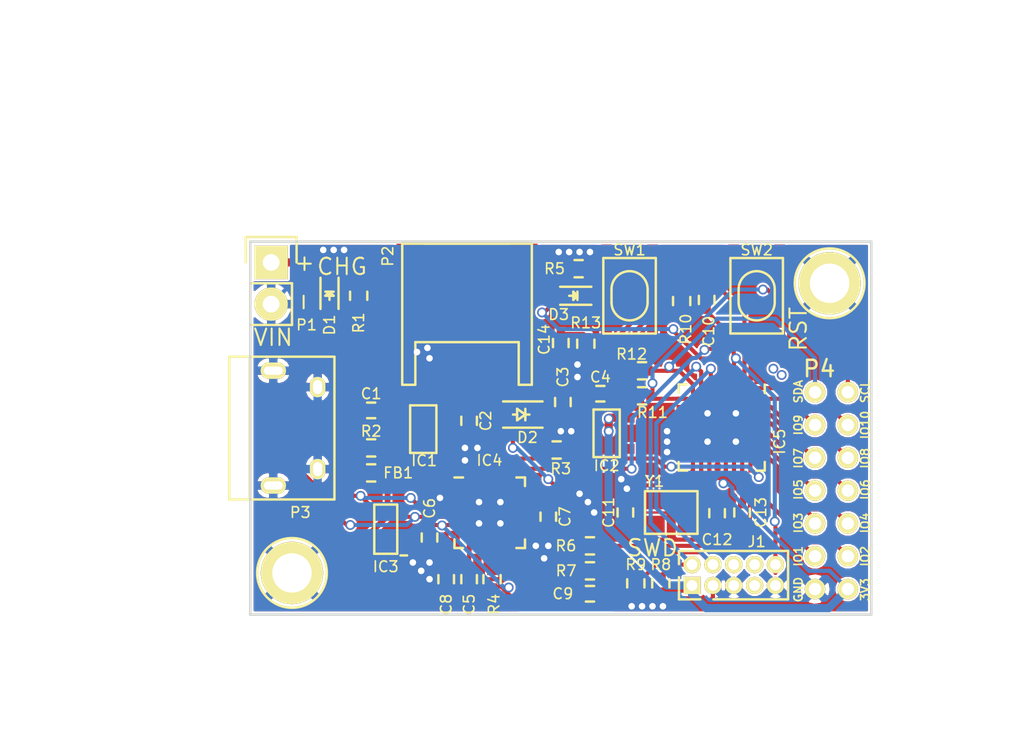
<source format=kicad_pcb>
(kicad_pcb (version 4) (host pcbnew 0.201512051502+6347~38~ubuntu15.10.1-stable)
  (layers (0 F.Cu signal) (31 B.Cu signal) (35 F.Paste user) (36 B.SilkS user) (37 F.SilkS user) (38 B.Mask user) (39 F.Mask user) (44 Edge.Cuts user))
  (net 0 "")
  (net 1 5V_USB)
  (net 2 GND)
  (net 3 /CPU/V_BAT)
  (net 4 VCC)
  (net 5 /CPU/ISP_ENTRY)
  (net 6 /PowerSupply/V_EXT)
  (net 7 /CPU/I2C0_SDA)
  (net 8 /CPU/SWDIO)
  (net 9 /CPU/SWCLK)
  (net 10 /CPU/RESET)
  (net 11 /CPU/I2C0_SCL)
  (net 12 /CPU/ISP_TXD)
  (net 13 /CPU/ISP_RXD)
  (net 14 /CPU/PIO0_13/ADC_10)
  (net 15 /CPU/PIO0_6/ADC_1)
  (net 16 /CPU/PIO0_14/ADC_2)
  (net 17 /CPU/PIO0_23/ADC_3)
  (net 18 /CPU/PIO0_22/ADC_4)
  (net 19 /CPU/PIO0_21/ADC_5)
  (net 20 /CPU/PIO0_20/ADC_6)
  (net 21 /CPU/PIO0_19/ADC_7)
  (net 22 /CPU/PIO0_18/ADC_8)
  (net 23 /CPU/PIO0_17/ADC_9)
  (net 24 /USB-Serial/USB_D-)
  (net 25 /USB-Serial/USB_D+)
  (net 26 "Net-(D3-Pad1)")
  (net 27 "Net-(IC1-Pad5)")
  (net 28 "Net-(IC2-Pad3)")
  (net 29 "Net-(IC2-Pad4)")
  (net 30 "Net-(C12-Pad2)")
  (net 31 "Net-(FB1-Pad2)")
  (net 32 "Net-(IC4-Pad1)")
  (net 33 "Net-(IC4-Pad9)")
  (net 34 "Net-(IC4-Pad10)")
  (net 35 "Net-(IC4-Pad11)")
  (net 36 "Net-(IC4-Pad12)")
  (net 37 "Net-(IC4-Pad13)")
  (net 38 "Net-(IC4-Pad14)")
  (net 39 "Net-(IC4-Pad15)")
  (net 40 "Net-(IC4-Pad17)")
  (net 41 "Net-(IC4-Pad18)")
  (net 42 "Net-(IC4-Pad19)")
  (net 43 "Net-(IC4-Pad22)")
  (net 44 "Net-(IC4-Pad23)")
  (net 45 "Net-(IC4-Pad24)")
  (net 46 "Net-(J1-Pad7)")
  (net 47 "Net-(J1-Pad6)")
  (net 48 "Net-(J1-Pad8)")
  (net 49 "Net-(P3-Pad4)")
  (net 50 /CPU/LED)
  (net 51 "Net-(C7-Pad1)")
  (net 52 "Net-(C8-Pad2)")
  (net 53 "Net-(C9-Pad1)")
  (net 54 "Net-(C11-Pad2)")
  (net 55 "Net-(D1-Pad1)")
  (net 56 "Net-(IC1-Pad1)")
  (net 57 "Net-(IC5-Pad10)")
  (net 58 "Net-(IC5-Pad11)")
  (net 59 "Net-(IC5-Pad12)")
  (net 60 "Net-(IC5-Pad13)")
  (net 61 "Net-(IC5-Pad14)")
  (net 62 "Net-(IC5-Pad15)")
  (net 63 "Net-(IC5-Pad16)")
  (module GrayCatLabs:JST-LIPO-SMT (layer F.Cu) (at 142.494 86.868 180)
    (fp_text reference P2 (at 4.826 -0.762 270) (layer F.SilkS) (effects (font (size 0.65 0.65) (thickness 0.1))))
    (fp_text value CONN_01X02)
    (pad 1 smd rect (at -1 -7.25 180) (size 1 3.5) (layers F.Cu F.Paste F.Mask) (net 3 /CPU/V_BAT))
    (pad 2 smd rect (at 1 -7.25 180) (size 1 3.5) (layers F.Cu F.Paste F.Mask) (net 2 GND))
    (pad ~ smd rect (at -3.45 -1.7 180) (size 1.7 3.4) (layers F.Cu F.Paste F.Mask))
    (pad ~ smd rect (at 3.45 -1.7 180) (size 1.7 3.4) (layers F.Cu F.Paste F.Mask))
  )
  (module GrayCatLabs:PTS810 (layer F.Cu) (at 160.147 90.043)
    (fp_text reference SW2 (at 0.003 -2.794 180) (layer F.SilkS) (effects (font (size 0.65 0.65) (thickness 0.1))))
    (fp_text value SW_PUSH)
    (pad 1 smd rect (at -1.4 2.6 90) (size 1.05 0.65) (layers F.Cu F.Paste F.Mask) (net 10 /CPU/RESET))
    (pad 2 smd rect (at -1.4 -2.6 90) (size 1.05 0.65) (layers F.Cu F.Paste F.Mask) (net 2 GND))
    (pad 3 smd rect (at 1.4 2.6 90) (size 1.05 0.65) (layers F.Cu F.Paste F.Mask))
    (pad 4 smd rect (at 1.4 -2.6 90) (size 1.05 0.65) (layers F.Cu F.Paste F.Mask))
  )
  (module Capacitors_SMD:C_0402 (layer F.Cu) (at 136.652 97.028 180)
    (fp_text reference C1 (at 0 1.016 180) (layer F.SilkS) (effects (font (size 0.65 0.65) (thickness 0.1))))
    (fp_text value 1uF)
    (pad 1 smd rect (at -0.55 0 180) (size 0.6 0.5) (layers F.Cu F.Paste F.Mask) (net 1 5V_USB))
    (pad 2 smd rect (at 0.55 0 180) (size 0.6 0.5) (layers F.Cu F.Paste F.Mask) (net 2 GND))
  )
  (module Capacitors_SMD:C_0402 (layer F.Cu) (at 142.621 97.663 270)
    (fp_text reference C2 (at 0 -1.016 270) (layer F.SilkS) (effects (font (size 0.65 0.65) (thickness 0.1))))
    (fp_text value 1uF)
    (pad 1 smd rect (at -0.55 0 270) (size 0.6 0.5) (layers F.Cu F.Paste F.Mask) (net 3 /CPU/V_BAT))
    (pad 2 smd rect (at 0.55 0 270) (size 0.6 0.5) (layers F.Cu F.Paste F.Mask) (net 2 GND))
  )
  (module Capacitors_SMD:C_0402 (layer F.Cu) (at 148.336 96.52 90)
    (fp_text reference C3 (at 1.524 0 90) (layer F.SilkS) (effects (font (size 0.65 0.65) (thickness 0.1))))
    (fp_text value 1uF)
    (pad 1 smd rect (at -0.55 0 90) (size 0.6 0.5) (layers F.Cu F.Paste F.Mask) (net 6 /PowerSupply/V_EXT))
    (pad 2 smd rect (at 0.55 0 90) (size 0.6 0.5) (layers F.Cu F.Paste F.Mask) (net 2 GND))
  )
  (module Capacitors_SMD:C_0402 (layer F.Cu) (at 150.622 96.012 180)
    (fp_text reference C4 (at 0 1.016 180) (layer F.SilkS) (effects (font (size 0.65 0.65) (thickness 0.1))))
    (fp_text value 1uF)
    (pad 1 smd rect (at -0.55 0 180) (size 0.6 0.5) (layers F.Cu F.Paste F.Mask) (net 4 VCC))
    (pad 2 smd rect (at 0.55 0 180) (size 0.6 0.5) (layers F.Cu F.Paste F.Mask) (net 2 GND))
  )
  (module Capacitors_SMD:C_0402 (layer F.Cu) (at 142.621 107.315 270)
    (fp_text reference C5 (at 1.524 0 270) (layer F.SilkS) (effects (font (size 0.65 0.65) (thickness 0.1))))
    (fp_text value 1uF)
    (pad 1 smd rect (at -0.55 0 270) (size 0.6 0.5) (layers F.Cu F.Paste F.Mask) (net 1 5V_USB))
    (pad 2 smd rect (at 0.55 0 270) (size 0.6 0.5) (layers F.Cu F.Paste F.Mask) (net 2 GND))
  )
  (module Capacitors_SMD:C_0402 (layer F.Cu) (at 140.208 104.775 270)
    (fp_text reference C6 (at -1.778 0 270) (layer F.SilkS) (effects (font (size 0.65 0.65) (thickness 0.1))))
    (fp_text value 0.1uF)
    (pad 1 smd rect (at -0.55 0 270) (size 0.6 0.5) (layers F.Cu F.Paste F.Mask) (net 4 VCC))
    (pad 2 smd rect (at 0.55 0 270) (size 0.6 0.5) (layers F.Cu F.Paste F.Mask) (net 2 GND))
  )
  (module Capacitors_SMD:C_0402 (layer F.Cu) (at 147.447 103.505 270)
    (fp_text reference C7 (at 0 -1.016 270) (layer F.SilkS) (effects (font (size 0.65 0.65) (thickness 0.1))))
    (fp_text value 4.7uF)
    (pad 1 smd rect (at -0.55 0 270) (size 0.6 0.5) (layers F.Cu F.Paste F.Mask) (net 51 "Net-(C7-Pad1)"))
    (pad 2 smd rect (at 0.55 0 270) (size 0.6 0.5) (layers F.Cu F.Paste F.Mask) (net 2 GND))
  )
  (module Capacitors_SMD:C_0402 (layer F.Cu) (at 141.224 107.315 90)
    (fp_text reference C8 (at -1.524 0 90) (layer F.SilkS) (effects (font (size 0.65 0.65) (thickness 0.1))))
    (fp_text value 1uF)
    (pad 1 smd rect (at -0.55 0 90) (size 0.6 0.5) (layers F.Cu F.Paste F.Mask) (net 2 GND))
    (pad 2 smd rect (at 0.55 0 90) (size 0.6 0.5) (layers F.Cu F.Paste F.Mask) (net 52 "Net-(C8-Pad2)"))
  )
  (module Capacitors_SMD:C_0402 (layer F.Cu) (at 149.987 108.204 180)
    (fp_text reference C9 (at 1.651 0 180) (layer F.SilkS) (effects (font (size 0.65 0.65) (thickness 0.1))))
    (fp_text value 0.1uF)
    (pad 1 smd rect (at -0.55 0 180) (size 0.6 0.5) (layers F.Cu F.Paste F.Mask) (net 53 "Net-(C9-Pad1)"))
    (pad 2 smd rect (at 0.55 0 180) (size 0.6 0.5) (layers F.Cu F.Paste F.Mask) (net 2 GND))
  )
  (module Capacitors_SMD:C_0402 (layer F.Cu) (at 157.099 90.297 90)
    (fp_text reference C10 (at -1.905 0.127 90) (layer F.SilkS) (effects (font (size 0.65 0.65) (thickness 0.1))))
    (fp_text value 0.1uF)
    (pad 1 smd rect (at -0.55 0 90) (size 0.6 0.5) (layers F.Cu F.Paste F.Mask) (net 10 /CPU/RESET))
    (pad 2 smd rect (at 0.55 0 90) (size 0.6 0.5) (layers F.Cu F.Paste F.Mask) (net 2 GND))
  )
  (module Capacitors_SMD:C_0402 (layer F.Cu) (at 152.146 103.251 270)
    (fp_text reference C11 (at 0 1.016 270) (layer F.SilkS) (effects (font (size 0.65 0.65) (thickness 0.1))))
    (fp_text value 18pF)
    (pad 1 smd rect (at -0.55 0 270) (size 0.6 0.5) (layers F.Cu F.Paste F.Mask) (net 2 GND))
    (pad 2 smd rect (at 0.55 0 270) (size 0.6 0.5) (layers F.Cu F.Paste F.Mask) (net 54 "Net-(C11-Pad2)"))
  )
  (module Capacitors_SMD:C_0402 (layer F.Cu) (at 157.734 103.293 90)
    (fp_text reference C12 (at -1.609 0 180) (layer F.SilkS) (effects (font (size 0.65 0.65) (thickness 0.1))))
    (fp_text value 18pF)
    (pad 1 smd rect (at -0.55 0 90) (size 0.6 0.5) (layers F.Cu F.Paste F.Mask) (net 2 GND))
    (pad 2 smd rect (at 0.55 0 90) (size 0.6 0.5) (layers F.Cu F.Paste F.Mask) (net 30 "Net-(C12-Pad2)"))
  )
  (module Capacitors_SMD:C_0402 (layer F.Cu) (at 159.258 103.251 270)
    (fp_text reference C13 (at 0 -1.143 270) (layer F.SilkS) (effects (font (size 0.65 0.65) (thickness 0.1))))
    (fp_text value 0.1uF)
    (pad 1 smd rect (at -0.55 0 270) (size 0.6 0.5) (layers F.Cu F.Paste F.Mask) (net 4 VCC))
    (pad 2 smd rect (at 0.55 0 270) (size 0.6 0.5) (layers F.Cu F.Paste F.Mask) (net 2 GND))
  )
  (module Capacitors_SMD:C_0402 (layer F.Cu) (at 148.209 92.922 270)
    (fp_text reference C14 (at -0.212 1.016 270) (layer F.SilkS) (effects (font (size 0.65 0.65) (thickness 0.1))))
    (fp_text value 0.1uF)
    (pad 1 smd rect (at -0.55 0 270) (size 0.6 0.5) (layers F.Cu F.Paste F.Mask) (net 5 /CPU/ISP_ENTRY))
    (pad 2 smd rect (at 0.55 0 270) (size 0.6 0.5) (layers F.Cu F.Paste F.Mask) (net 2 GND))
  )
  (module LEDs:LED-0603 (layer F.Cu) (at 134.112 90.043 270)
    (fp_text reference D1 (at 1.778 0 270) (layer F.SilkS) (effects (font (size 0.65 0.65) (thickness 0.1))))
    (fp_text value LED)
    (pad 2 smd rect (at 0.7493 0 90) (size 0.79756 0.79756) (layers F.Cu F.Paste F.Mask) (net 1 5V_USB))
    (pad 1 smd rect (at -0.7493 0 90) (size 0.79756 0.79756) (layers F.Cu F.Paste F.Mask) (net 55 "Net-(D1-Pad1)"))
  )
  (module Diodes_SMD:SOD-323 (layer F.Cu) (at 145.796 97.282 180)
    (fp_text reference D2 (at -0.381 -1.397 180) (layer F.SilkS) (effects (font (size 0.65 0.65) (thickness 0.1))))
    (fp_text value D_Schottky)
    (pad 1 smd rect (at -1.055 0 180) (size 0.59 0.45) (layers F.Cu F.Paste F.Mask) (net 6 /PowerSupply/V_EXT))
    (pad 2 smd rect (at 1.055 0 180) (size 0.59 0.45) (layers F.Cu F.Paste F.Mask) (net 3 /CPU/V_BAT))
  )
  (module LEDs:LED-0603 (layer F.Cu) (at 148.971 90.043 180)
    (fp_text reference D3 (at 0.889 -1.143 180) (layer F.SilkS) (effects (font (size 0.65 0.65) (thickness 0.1))))
    (fp_text value LED)
    (pad 2 smd rect (at 0.7493 0) (size 0.79756 0.79756) (layers F.Cu F.Paste F.Mask) (net 50 /CPU/LED))
    (pad 1 smd rect (at -0.7493 0) (size 0.79756 0.79756) (layers F.Cu F.Paste F.Mask) (net 26 "Net-(D3-Pad1)"))
  )
  (module Resistors_SMD:R_0402 (layer F.Cu) (at 136.652 100.838 180)
    (fp_text reference FB1 (at -1.651 0 180) (layer F.SilkS) (effects (font (size 0.65 0.65) (thickness 0.1))))
    (fp_text value FERRITE)
    (pad 1 smd rect (at -0.45 0 180) (size 0.4 0.6) (layers F.Cu F.Paste F.Mask) (net 1 5V_USB))
    (pad 2 smd rect (at 0.45 0 180) (size 0.4 0.6) (layers F.Cu F.Paste F.Mask) (net 31 "Net-(FB1-Pad2)"))
  )
  (module GrayCatLabs:SSOP5 (layer F.Cu) (at 151.003 98.425 270)
    (fp_text reference IC2 (at 1.971 0 360) (layer F.SilkS) (effects (font (size 0.65 0.65) (thickness 0.1))))
    (fp_text value BU33SD5)
    (pad 1 smd rect (at -0.95 1.2 270) (size 0.6 1) (layers F.Cu F.Paste F.Mask) (net 6 /PowerSupply/V_EXT))
    (pad 2 smd rect (at 0 1.2 270) (size 0.6 1) (layers F.Cu F.Paste F.Mask) (net 2 GND))
    (pad 3 smd rect (at 0.95 1.2 270) (size 0.6 1) (layers F.Cu F.Paste F.Mask) (net 28 "Net-(IC2-Pad3)"))
    (pad 4 smd rect (at 0.95 -1.2 270) (size 0.6 1) (layers F.Cu F.Paste F.Mask) (net 29 "Net-(IC2-Pad4)"))
    (pad 5 smd rect (at -0.95 -1.2 270) (size 0.6 1) (layers F.Cu F.Paste F.Mask) (net 4 VCC))
  )
  (module GrayCatLabs:SOT143B (layer F.Cu) (at 137.541 104.267 90)
    (fp_text reference IC3 (at -2.286 0 180) (layer F.SilkS) (effects (font (size 0.65 0.65) (thickness 0.1))))
    (fp_text value PRTR5V0U2X)
    (pad 1 smd rect (at -0.75 1 90) (size 1 0.7) (layers F.Cu F.Paste F.Mask) (net 2 GND))
    (pad 2 smd rect (at 0.95 1 90) (size 0.6 0.7) (layers F.Cu F.Paste F.Mask) (net 24 /USB-Serial/USB_D-))
    (pad 3 smd rect (at 0.95 -1 90) (size 0.6 0.7) (layers F.Cu F.Paste F.Mask) (net 25 /USB-Serial/USB_D+))
    (pad 4 smd rect (at -0.95 -1 90) (size 0.6 0.7) (layers F.Cu F.Paste F.Mask) (net 1 5V_USB))
  )
  (module Housings_DFN_QFN:QFN-24-1EP_4x4mm_Pitch0.5mm (layer F.Cu) (at 143.876 103.266)
    (fp_text reference IC4 (at -0.015 -3.19) (layer F.SilkS) (effects (font (size 0.65 0.65) (thickness 0.1))))
    (fp_text value CP2110-GM)
    (pad 1 smd rect (at -1.95 -1.25) (size 0.85 0.3) (layers F.Cu F.Paste F.Mask) (net 32 "Net-(IC4-Pad1)"))
    (pad 2 smd rect (at -1.95 -0.75) (size 0.85 0.3) (layers F.Cu F.Paste F.Mask) (net 2 GND))
    (pad 3 smd rect (at -1.95 -0.25) (size 0.85 0.3) (layers F.Cu F.Paste F.Mask) (net 25 /USB-Serial/USB_D+))
    (pad 4 smd rect (at -1.95 0.25) (size 0.85 0.3) (layers F.Cu F.Paste F.Mask) (net 24 /USB-Serial/USB_D-))
    (pad 5 smd rect (at -1.95 0.75) (size 0.85 0.3) (layers F.Cu F.Paste F.Mask) (net 4 VCC))
    (pad 6 smd rect (at -1.95 1.25) (size 0.85 0.3) (layers F.Cu F.Paste F.Mask) (net 52 "Net-(C8-Pad2)"))
    (pad 7 smd rect (at -1.25 1.95 90) (size 0.85 0.3) (layers F.Cu F.Paste F.Mask) (net 1 5V_USB))
    (pad 8 smd rect (at -0.75 1.95 90) (size 0.85 0.3) (layers F.Cu F.Paste F.Mask) (net 1 5V_USB))
    (pad 9 smd rect (at -0.25 1.95 90) (size 0.85 0.3) (layers F.Cu F.Paste F.Mask) (net 33 "Net-(IC4-Pad9)"))
    (pad 10 smd rect (at 0.25 1.95 90) (size 0.85 0.3) (layers F.Cu F.Paste F.Mask) (net 34 "Net-(IC4-Pad10)"))
    (pad 11 smd rect (at 0.75 1.95 90) (size 0.85 0.3) (layers F.Cu F.Paste F.Mask) (net 35 "Net-(IC4-Pad11)"))
    (pad 12 smd rect (at 1.25 1.95 90) (size 0.85 0.3) (layers F.Cu F.Paste F.Mask) (net 36 "Net-(IC4-Pad12)"))
    (pad 13 smd rect (at 1.95 1.25) (size 0.85 0.3) (layers F.Cu F.Paste F.Mask) (net 37 "Net-(IC4-Pad13)"))
    (pad 14 smd rect (at 1.95 0.75) (size 0.85 0.3) (layers F.Cu F.Paste F.Mask) (net 38 "Net-(IC4-Pad14)"))
    (pad 15 smd rect (at 1.95 0.25) (size 0.85 0.3) (layers F.Cu F.Paste F.Mask) (net 39 "Net-(IC4-Pad15)"))
    (pad 16 smd rect (at 1.95 -0.25) (size 0.85 0.3) (layers F.Cu F.Paste F.Mask) (net 51 "Net-(C7-Pad1)"))
    (pad 17 smd rect (at 1.95 -0.75) (size 0.85 0.3) (layers F.Cu F.Paste F.Mask) (net 40 "Net-(IC4-Pad17)"))
    (pad 18 smd rect (at 1.95 -1.25) (size 0.85 0.3) (layers F.Cu F.Paste F.Mask) (net 41 "Net-(IC4-Pad18)"))
    (pad 19 smd rect (at 1.25 -1.95 90) (size 0.85 0.3) (layers F.Cu F.Paste F.Mask) (net 42 "Net-(IC4-Pad19)"))
    (pad 20 smd rect (at 0.75 -1.95 90) (size 0.85 0.3) (layers F.Cu F.Paste F.Mask) (net 12 /CPU/ISP_TXD))
    (pad 21 smd rect (at 0.25 -1.95 90) (size 0.85 0.3) (layers F.Cu F.Paste F.Mask) (net 13 /CPU/ISP_RXD))
    (pad 22 smd rect (at -0.25 -1.95 90) (size 0.85 0.3) (layers F.Cu F.Paste F.Mask) (net 43 "Net-(IC4-Pad22)"))
    (pad 23 smd rect (at -0.75 -1.95 90) (size 0.85 0.3) (layers F.Cu F.Paste F.Mask) (net 44 "Net-(IC4-Pad23)"))
    (pad 24 smd rect (at -1.25 -1.95 90) (size 0.85 0.3) (layers F.Cu F.Paste F.Mask) (net 45 "Net-(IC4-Pad24)"))
    (pad 25 smd rect (at 0.65 0.65) (size 1.3 1.3) (layers F.Cu F.Paste F.Mask) (net 2 GND))
    (pad 25 smd rect (at 0.65 -0.65) (size 1.3 1.3) (layers F.Cu F.Paste F.Mask) (net 2 GND))
    (pad 25 smd rect (at -0.65 0.65) (size 1.3 1.3) (layers F.Cu F.Paste F.Mask) (net 2 GND))
    (pad 25 smd rect (at -0.65 -0.65) (size 1.3 1.3) (layers F.Cu F.Paste F.Mask) (net 2 GND))
  )
  (module Housings_DFN_QFN:QFN-32-1EP_5x5mm_Pitch0.5mm (layer F.Cu) (at 158.0145 98.0705 270)
    (fp_text reference IC5 (at 0.8625 -3.5295 270) (layer F.SilkS) (effects (font (size 0.65 0.65) (thickness 0.1))))
    (fp_text value LPC824M201JHI33)
    (pad 1 smd rect (at -2.4 -1.75 270) (size 0.7 0.25) (layers F.Cu F.Paste F.Mask) (net 14 /CPU/PIO0_13/ADC_10))
    (pad 2 smd rect (at -2.4 -1.25 270) (size 0.7 0.25) (layers F.Cu F.Paste F.Mask) (net 5 /CPU/ISP_ENTRY))
    (pad 3 smd rect (at -2.4 -0.75 270) (size 0.7 0.25) (layers F.Cu F.Paste F.Mask) (net 10 /CPU/RESET))
    (pad 4 smd rect (at -2.4 -0.25 270) (size 0.7 0.25) (layers F.Cu F.Paste F.Mask) (net 12 /CPU/ISP_TXD))
    (pad 5 smd rect (at -2.4 0.25 270) (size 0.7 0.25) (layers F.Cu F.Paste F.Mask) (net 50 /CPU/LED))
    (pad 6 smd rect (at -2.4 0.75 270) (size 0.7 0.25) (layers F.Cu F.Paste F.Mask) (net 9 /CPU/SWCLK))
    (pad 7 smd rect (at -2.4 1.25 270) (size 0.7 0.25) (layers F.Cu F.Paste F.Mask) (net 8 /CPU/SWDIO))
    (pad 8 smd rect (at -2.4 1.75 270) (size 0.7 0.25) (layers F.Cu F.Paste F.Mask) (net 7 /CPU/I2C0_SDA))
    (pad 9 smd rect (at -1.75 2.4) (size 0.7 0.25) (layers F.Cu F.Paste F.Mask) (net 11 /CPU/I2C0_SCL))
    (pad 10 smd rect (at -1.25 2.4) (size 0.7 0.25) (layers F.Cu F.Paste F.Mask) (net 57 "Net-(IC5-Pad10)"))
    (pad 11 smd rect (at -0.75 2.4) (size 0.7 0.25) (layers F.Cu F.Paste F.Mask) (net 58 "Net-(IC5-Pad11)"))
    (pad 12 smd rect (at -0.25 2.4) (size 0.7 0.25) (layers F.Cu F.Paste F.Mask) (net 59 "Net-(IC5-Pad12)"))
    (pad 13 smd rect (at 0.25 2.4) (size 0.7 0.25) (layers F.Cu F.Paste F.Mask) (net 60 "Net-(IC5-Pad13)"))
    (pad 14 smd rect (at 0.75 2.4) (size 0.7 0.25) (layers F.Cu F.Paste F.Mask) (net 61 "Net-(IC5-Pad14)"))
    (pad 15 smd rect (at 1.25 2.4) (size 0.7 0.25) (layers F.Cu F.Paste F.Mask) (net 62 "Net-(IC5-Pad15)"))
    (pad 16 smd rect (at 1.75 2.4) (size 0.7 0.25) (layers F.Cu F.Paste F.Mask) (net 63 "Net-(IC5-Pad16)"))
    (pad 17 smd rect (at 2.4 1.75 270) (size 0.7 0.25) (layers F.Cu F.Paste F.Mask) (net 54 "Net-(C11-Pad2)"))
    (pad 18 smd rect (at 2.4 1.25 270) (size 0.7 0.25) (layers F.Cu F.Paste F.Mask) (net 30 "Net-(C12-Pad2)"))
    (pad 19 smd rect (at 2.4 0.75 270) (size 0.7 0.25) (layers F.Cu F.Paste F.Mask) (net 4 VCC))
    (pad 20 smd rect (at 2.4 0.25 270) (size 0.7 0.25) (layers F.Cu F.Paste F.Mask) (net 2 GND))
    (pad 21 smd rect (at 2.4 -0.25 270) (size 0.7 0.25) (layers F.Cu F.Paste F.Mask) (net 4 VCC))
    (pad 22 smd rect (at 2.4 -0.75 270) (size 0.7 0.25) (layers F.Cu F.Paste F.Mask) (net 53 "Net-(C9-Pad1)"))
    (pad 23 smd rect (at 2.4 -1.25 270) (size 0.7 0.25) (layers F.Cu F.Paste F.Mask) (net 15 /CPU/PIO0_6/ADC_1))
    (pad 24 smd rect (at 2.4 -1.75 270) (size 0.7 0.25) (layers F.Cu F.Paste F.Mask) (net 13 /CPU/ISP_RXD))
    (pad 25 smd rect (at 1.75 -2.4) (size 0.7 0.25) (layers F.Cu F.Paste F.Mask) (net 16 /CPU/PIO0_14/ADC_2))
    (pad 26 smd rect (at 1.25 -2.4) (size 0.7 0.25) (layers F.Cu F.Paste F.Mask) (net 17 /CPU/PIO0_23/ADC_3))
    (pad 27 smd rect (at 0.75 -2.4) (size 0.7 0.25) (layers F.Cu F.Paste F.Mask) (net 18 /CPU/PIO0_22/ADC_4))
    (pad 28 smd rect (at 0.25 -2.4) (size 0.7 0.25) (layers F.Cu F.Paste F.Mask) (net 19 /CPU/PIO0_21/ADC_5))
    (pad 29 smd rect (at -0.25 -2.4) (size 0.7 0.25) (layers F.Cu F.Paste F.Mask) (net 20 /CPU/PIO0_20/ADC_6))
    (pad 30 smd rect (at -0.75 -2.4) (size 0.7 0.25) (layers F.Cu F.Paste F.Mask) (net 21 /CPU/PIO0_19/ADC_7))
    (pad 31 smd rect (at -1.25 -2.4) (size 0.7 0.25) (layers F.Cu F.Paste F.Mask) (net 22 /CPU/PIO0_18/ADC_8))
    (pad 32 smd rect (at -1.75 -2.4) (size 0.7 0.25) (layers F.Cu F.Paste F.Mask) (net 23 /CPU/PIO0_17/ADC_9))
    (pad 33 smd rect (at 0.8625 0.8625 270) (size 1.725 1.725) (layers F.Cu F.Paste F.Mask) (net 2 GND))
    (pad 33 smd rect (at 0.8625 -0.8625 270) (size 1.725 1.725) (layers F.Cu F.Paste F.Mask) (net 2 GND))
    (pad 33 smd rect (at -0.8625 0.8625 270) (size 1.725 1.725) (layers F.Cu F.Paste F.Mask) (net 2 GND))
    (pad 33 smd rect (at -0.8625 -0.8625 270) (size 1.725 1.725) (layers F.Cu F.Paste F.Mask) (net 2 GND))
  )
  (module Pin_Headers:Pin_Header_Straight_2x05_Pitch1.27mm (layer F.Cu) (at 156.21 107.696 90)
    (fp_text reference J1 (at 2.667 3.937 180) (layer F.SilkS) (effects (font (size 0.65 0.65) (thickness 0.1))))
    (fp_text value Cortex_JTAG/SWD_10)
    (pad 1 thru_hole rect (at 0 0 90) (size 1.05 1.05) (drill 0.65) (layers *.Cu *.Mask F.SilkS) (net 4 VCC))
    (pad 3 thru_hole circle (at 0 1.27 90) (size 1.05 1.05) (drill 0.65) (layers *.Cu *.Mask F.SilkS) (net 2 GND))
    (pad 5 thru_hole circle (at 0 2.54 90) (size 1.05 1.05) (drill 0.65) (layers *.Cu *.Mask F.SilkS) (net 2 GND))
    (pad 7 thru_hole circle (at 0 3.81 90) (size 1.05 1.05) (drill 0.65) (layers *.Cu *.Mask F.SilkS) (net 46 "Net-(J1-Pad7)"))
    (pad 9 thru_hole circle (at 0 5.08 90) (size 1.05 1.05) (drill 0.65) (layers *.Cu *.Mask F.SilkS) (net 2 GND))
    (pad 4 thru_hole circle (at 1.27 1.27 90) (size 1.05 1.05) (drill 0.65) (layers *.Cu *.Mask F.SilkS) (net 9 /CPU/SWCLK))
    (pad 6 thru_hole circle (at 1.27 2.54 90) (size 1.05 1.05) (drill 0.65) (layers *.Cu *.Mask F.SilkS) (net 47 "Net-(J1-Pad6)"))
    (pad 8 thru_hole circle (at 1.27 3.81 90) (size 1.05 1.05) (drill 0.65) (layers *.Cu *.Mask F.SilkS) (net 48 "Net-(J1-Pad8)"))
    (pad 10 thru_hole circle (at 1.27 5.08 90) (size 1.05 1.05) (drill 0.65) (layers *.Cu *.Mask F.SilkS) (net 10 /CPU/RESET))
    (pad 2 thru_hole circle (at 1.27 0 90) (size 1.05 1.05) (drill 0.65) (layers *.Cu *.Mask F.SilkS) (net 8 /CPU/SWDIO))
  )
  (module Socket_Strips:Socket_Strip_Straight_1x02 (layer F.Cu) (at 130.556 88.011 270)
    (fp_text reference P1 (at 3.81 -2.159 360) (layer F.SilkS) (effects (font (size 0.65 0.65) (thickness 0.1))))
    (fp_text value CONN_01X02)
    (pad 1 thru_hole rect (at 0 0 270) (size 2.032 2.032) (drill 1.016) (layers *.Cu *.Mask F.SilkS) (net 6 /PowerSupply/V_EXT))
    (pad 2 thru_hole oval (at 2.54 0 270) (size 2.032 2.032) (drill 1.016) (layers *.Cu *.Mask F.SilkS) (net 2 GND))
  )
  (module Connect:USB_Micro-B (layer F.Cu) (at 131.826 98.1075 270)
    (fp_text reference P3 (at 5.1435 -0.508 360) (layer F.SilkS) (effects (font (size 0.65 0.65) (thickness 0.1))))
    (fp_text value USB_OTG)
    (pad 1 smd rect (at -1.3009 -1.56254) (size 1.35 0.4) (layers F.Cu F.Paste F.Mask) (net 31 "Net-(FB1-Pad2)"))
    (pad 2 smd rect (at -0.6509 -1.56254) (size 1.35 0.4) (layers F.Cu F.Paste F.Mask) (net 24 /USB-Serial/USB_D-))
    (pad 3 smd rect (at -0.0009 -1.56254) (size 1.35 0.4) (layers F.Cu F.Paste F.Mask) (net 25 /USB-Serial/USB_D+))
    (pad 4 smd rect (at 0.6491 -1.56254) (size 1.35 0.4) (layers F.Cu F.Paste F.Mask) (net 49 "Net-(P3-Pad4)"))
    (pad 5 smd rect (at 1.2991 -1.56254) (size 1.35 0.4) (layers F.Cu F.Paste F.Mask) (net 2 GND))
    (pad 6 thru_hole oval (at -2.5009 -1.56254) (size 0.95 1.25) (drill oval 0.55 0.85) (layers *.Cu *.Mask F.SilkS) (net 2 GND))
    (pad 6 thru_hole oval (at 2.4991 -1.56254) (size 0.95 1.25) (drill oval 0.55 0.85) (layers *.Cu *.Mask F.SilkS) (net 2 GND))
    (pad 6 thru_hole oval (at -3.5009 1.13746) (size 1.55 1) (drill oval 1.15 0.5) (layers *.Cu *.Mask F.SilkS) (net 2 GND))
    (pad 6 thru_hole oval (at 3.4991 1.13746) (size 1.55 1) (drill oval 1.15 0.5) (layers *.Cu *.Mask F.SilkS) (net 2 GND))
  )
  (module Resistors_SMD:R_0402 (layer F.Cu) (at 135.89 90.043 90)
    (fp_text reference R1 (at -1.651 0 90) (layer F.SilkS) (effects (font (size 0.65 0.65) (thickness 0.1))))
    (fp_text value 1k)
    (pad 1 smd rect (at -0.45 0 90) (size 0.4 0.6) (layers F.Cu F.Paste F.Mask) (net 56 "Net-(IC1-Pad1)"))
    (pad 2 smd rect (at 0.45 0 90) (size 0.4 0.6) (layers F.Cu F.Paste F.Mask) (net 55 "Net-(D1-Pad1)"))
  )
  (module Resistors_SMD:R_0402 (layer F.Cu) (at 136.652 99.314)
    (fp_text reference R2 (at 0 -1.016) (layer F.SilkS) (effects (font (size 0.65 0.65) (thickness 0.1))))
    (fp_text value 10k)
    (pad 1 smd rect (at -0.45 0) (size 0.4 0.6) (layers F.Cu F.Paste F.Mask) (net 2 GND))
    (pad 2 smd rect (at 0.45 0) (size 0.4 0.6) (layers F.Cu F.Paste F.Mask) (net 27 "Net-(IC1-Pad5)"))
  )
  (module Resistors_SMD:R_0402 (layer F.Cu) (at 147.955 99.441 180)
    (fp_text reference R3 (at -0.254 -1.143 180) (layer F.SilkS) (effects (font (size 0.65 0.65) (thickness 0.1))))
    (fp_text value 100k)
    (pad 1 smd rect (at -0.45 0 180) (size 0.4 0.6) (layers F.Cu F.Paste F.Mask) (net 28 "Net-(IC2-Pad3)"))
    (pad 2 smd rect (at 0.45 0 180) (size 0.4 0.6) (layers F.Cu F.Paste F.Mask) (net 6 /PowerSupply/V_EXT))
  )
  (module Resistors_SMD:R_0402 (layer F.Cu) (at 144.018 107.315 90)
    (fp_text reference R4 (at -1.524 0.127 90) (layer F.SilkS) (effects (font (size 0.65 0.65) (thickness 0.1))))
    (fp_text value 10k)
    (pad 1 smd rect (at -0.45 0 90) (size 0.4 0.6) (layers F.Cu F.Paste F.Mask) (net 4 VCC))
    (pad 2 smd rect (at 0.45 0 90) (size 0.4 0.6) (layers F.Cu F.Paste F.Mask) (net 33 "Net-(IC4-Pad9)"))
  )
  (module Resistors_SMD:R_0402 (layer F.Cu) (at 149.294 88.392 180)
    (fp_text reference R5 (at 1.466 0 180) (layer F.SilkS) (effects (font (size 0.65 0.65) (thickness 0.1))))
    (fp_text value 470)
    (pad 1 smd rect (at -0.45 0 180) (size 0.4 0.6) (layers F.Cu F.Paste F.Mask) (net 26 "Net-(D3-Pad1)"))
    (pad 2 smd rect (at 0.45 0 180) (size 0.4 0.6) (layers F.Cu F.Paste F.Mask) (net 2 GND))
  )
  (module Resistors_SMD:R_0402 (layer F.Cu) (at 149.987 105.283)
    (fp_text reference R6 (at -1.466 0) (layer F.SilkS) (effects (font (size 0.65 0.65) (thickness 0.1))))
    (fp_text value 100k)
    (pad 1 smd rect (at -0.45 0) (size 0.4 0.6) (layers F.Cu F.Paste F.Mask) (net 3 /CPU/V_BAT))
    (pad 2 smd rect (at 0.45 0) (size 0.4 0.6) (layers F.Cu F.Paste F.Mask) (net 53 "Net-(C9-Pad1)"))
  )
  (module Resistors_SMD:R_0402 (layer F.Cu) (at 149.987 106.807 180)
    (fp_text reference R7 (at 1.455 0 180) (layer F.SilkS) (effects (font (size 0.65 0.65) (thickness 0.1))))
    (fp_text value 100k)
    (pad 1 smd rect (at -0.45 0 180) (size 0.4 0.6) (layers F.Cu F.Paste F.Mask) (net 53 "Net-(C9-Pad1)"))
    (pad 2 smd rect (at 0.45 0 180) (size 0.4 0.6) (layers F.Cu F.Paste F.Mask) (net 2 GND))
  )
  (module Resistors_SMD:R_0402 (layer F.Cu) (at 154.305 107.569 90)
    (fp_text reference R8 (at 1.143 0 180) (layer F.SilkS) (effects (font (size 0.65 0.65) (thickness 0.1))))
    (fp_text value 10k)
    (pad 1 smd rect (at -0.45 0 90) (size 0.4 0.6) (layers F.Cu F.Paste F.Mask) (net 4 VCC))
    (pad 2 smd rect (at 0.45 0 90) (size 0.4 0.6) (layers F.Cu F.Paste F.Mask) (net 8 /CPU/SWDIO))
  )
  (module Resistors_SMD:R_0402 (layer F.Cu) (at 152.781 107.569 90)
    (fp_text reference R9 (at 1.143 0 180) (layer F.SilkS) (effects (font (size 0.65 0.65) (thickness 0.1))))
    (fp_text value 10k)
    (pad 1 smd rect (at -0.45 0 90) (size 0.4 0.6) (layers F.Cu F.Paste F.Mask) (net 4 VCC))
    (pad 2 smd rect (at 0.45 0 90) (size 0.4 0.6) (layers F.Cu F.Paste F.Mask) (net 9 /CPU/SWCLK))
  )
  (module Resistors_SMD:R_0402 (layer F.Cu) (at 155.575 90.366 270)
    (fp_text reference R10 (at 1.709 -0.254 270) (layer F.SilkS) (effects (font (size 0.65 0.65) (thickness 0.1))))
    (fp_text value 10k)
    (pad 1 smd rect (at -0.45 0 270) (size 0.4 0.6) (layers F.Cu F.Paste F.Mask) (net 4 VCC))
    (pad 2 smd rect (at 0.45 0 270) (size 0.4 0.6) (layers F.Cu F.Paste F.Mask) (net 10 /CPU/RESET))
  )
  (module Resistors_SMD:R_0402 (layer F.Cu) (at 153.162 96.139)
    (fp_text reference R11 (at 0.635 1.016 180) (layer F.SilkS) (effects (font (size 0.65 0.65) (thickness 0.1))))
    (fp_text value 10k)
    (pad 1 smd rect (at -0.45 0) (size 0.4 0.6) (layers F.Cu F.Paste F.Mask) (net 4 VCC))
    (pad 2 smd rect (at 0.45 0) (size 0.4 0.6) (layers F.Cu F.Paste F.Mask) (net 11 /CPU/I2C0_SCL))
  )
  (module Resistors_SMD:R_0402 (layer F.Cu) (at 153.162 94.615)
    (fp_text reference R12 (at -0.635 -1.016) (layer F.SilkS) (effects (font (size 0.65 0.65) (thickness 0.1))))
    (fp_text value 10k)
    (pad 1 smd rect (at -0.45 0) (size 0.4 0.6) (layers F.Cu F.Paste F.Mask) (net 4 VCC))
    (pad 2 smd rect (at 0.45 0) (size 0.4 0.6) (layers F.Cu F.Paste F.Mask) (net 7 /CPU/I2C0_SDA))
  )
  (module Resistors_SMD:R_0402 (layer F.Cu) (at 149.733 92.964 90)
    (fp_text reference R13 (at 1.27 0 180) (layer F.SilkS) (effects (font (size 0.65 0.65) (thickness 0.1))))
    (fp_text value 100k)
    (pad 1 smd rect (at -0.45 0 90) (size 0.4 0.6) (layers F.Cu F.Paste F.Mask) (net 4 VCC))
    (pad 2 smd rect (at 0.45 0 90) (size 0.4 0.6) (layers F.Cu F.Paste F.Mask) (net 5 /CPU/ISP_ENTRY))
  )
  (module GrayCatLabs:PTS810 (layer F.Cu) (at 152.4 90.043)
    (fp_text reference SW1 (at 0 -2.794 180) (layer F.SilkS) (effects (font (size 0.65 0.65) (thickness 0.1))))
    (fp_text value SW_PUSH)
    (pad 1 smd rect (at -1.4 2.6 90) (size 1.05 0.65) (layers F.Cu F.Paste F.Mask) (net 5 /CPU/ISP_ENTRY))
    (pad 2 smd rect (at -1.4 -2.6 90) (size 1.05 0.65) (layers F.Cu F.Paste F.Mask) (net 2 GND))
    (pad 3 smd rect (at 1.4 2.6 90) (size 1.05 0.65) (layers F.Cu F.Paste F.Mask))
    (pad 4 smd rect (at 1.4 -2.6 90) (size 1.05 0.65) (layers F.Cu F.Paste F.Mask))
  )
  (module Crystals:crystal_FA238-TSX3225 (layer F.Cu) (at 154.94 103.251)
    (fp_text reference Y1 (at -1.016 -1.905) (layer F.SilkS) (effects (font (size 0.65 0.65) (thickness 0.1))))
    (fp_text value Crystal)
    (pad 1 smd rect (at -1.1 0.8) (size 1.4 1.2) (layers F.Cu F.Paste F.Mask) (net 54 "Net-(C11-Pad2)"))
    (pad 3 smd rect (at 1.1 0.8) (size 1.4 1.2) (layers F.Cu F.Paste F.Mask))
    (pad 3 smd rect (at -1.1 -0.8) (size 1.4 1.2) (layers F.Cu F.Paste F.Mask))
    (pad 2 smd rect (at 1.1 -0.8) (size 1.4 1.2) (layers F.Cu F.Paste F.Mask) (net 30 "Net-(C12-Pad2)"))
  )
  (module GrayCatLabs:SSOP5 (layer F.Cu) (at 139.827 98.171 90)
    (fp_text reference IC1 (at -1.922381 0.056 180) (layer F.SilkS) (effects (font (size 0.65 0.65) (thickness 0.1))))
    (fp_text value MCP73831/2)
    (pad 1 smd rect (at -0.95 1.2 90) (size 0.6 1) (layers F.Cu F.Paste F.Mask) (net 56 "Net-(IC1-Pad1)"))
    (pad 2 smd rect (at 0 1.2 90) (size 0.6 1) (layers F.Cu F.Paste F.Mask) (net 2 GND))
    (pad 3 smd rect (at 0.95 1.2 90) (size 0.6 1) (layers F.Cu F.Paste F.Mask) (net 3 /CPU/V_BAT))
    (pad 4 smd rect (at 0.95 -1.2 90) (size 0.6 1) (layers F.Cu F.Paste F.Mask) (net 1 5V_USB))
    (pad 5 smd rect (at -0.95 -1.2 90) (size 0.6 1) (layers F.Cu F.Paste F.Mask) (net 27 "Net-(IC1-Pad5)"))
  )
  (module GrayCatLabs:Header_2mm_2x6 (layer F.Cu) (at 165.703 107.918 90)
    (fp_text reference P4 (at 13.43 -1.746 360) (layer F.SilkS))
    (fp_text value CONN_02X08)
    (pad 1 thru_hole circle (at 0 0 90) (size 1.25 1.25) (drill 0.75) (layers *.Cu *.Mask F.SilkS) (net 4 VCC))
    (pad 2 thru_hole circle (at 0 -2 90) (size 1.25 1.25) (drill 0.75) (layers *.Cu *.Mask F.SilkS) (net 2 GND))
    (pad 3 thru_hole circle (at 2 0 90) (size 1.25 1.25) (drill 0.75) (layers *.Cu *.Mask F.SilkS) (net 16 /CPU/PIO0_14/ADC_2))
    (pad 4 thru_hole circle (at 2 -2 90) (size 1.25 1.25) (drill 0.75) (layers *.Cu *.Mask F.SilkS) (net 15 /CPU/PIO0_6/ADC_1))
    (pad 5 thru_hole circle (at 4 0 90) (size 1.25 1.25) (drill 0.75) (layers *.Cu *.Mask F.SilkS) (net 18 /CPU/PIO0_22/ADC_4))
    (pad 6 thru_hole circle (at 4 -2 90) (size 1.25 1.25) (drill 0.75) (layers *.Cu *.Mask F.SilkS) (net 17 /CPU/PIO0_23/ADC_3))
    (pad 7 thru_hole circle (at 6 0 90) (size 1.25 1.25) (drill 0.75) (layers *.Cu *.Mask F.SilkS) (net 20 /CPU/PIO0_20/ADC_6))
    (pad 8 thru_hole circle (at 6 -2 90) (size 1.25 1.25) (drill 0.75) (layers *.Cu *.Mask F.SilkS) (net 19 /CPU/PIO0_21/ADC_5))
    (pad 9 thru_hole circle (at 8 0 90) (size 1.25 1.25) (drill 0.75) (layers *.Cu *.Mask F.SilkS) (net 22 /CPU/PIO0_18/ADC_8))
    (pad 10 thru_hole circle (at 8 -2 90) (size 1.25 1.25) (drill 0.75) (layers *.Cu *.Mask F.SilkS) (net 21 /CPU/PIO0_19/ADC_7))
    (pad 11 thru_hole circle (at 10 0 90) (size 1.25 1.25) (drill 0.75) (layers *.Cu *.Mask F.SilkS) (net 14 /CPU/PIO0_13/ADC_10))
    (pad 12 thru_hole circle (at 10 -2 90) (size 1.25 1.25) (drill 0.75) (layers *.Cu *.Mask F.SilkS) (net 23 /CPU/PIO0_17/ADC_9))
    (pad 13 thru_hole circle (at 12 0 90) (size 1.25 1.25) (drill 0.75) (layers *.Cu *.Mask F.SilkS) (net 11 /CPU/I2C0_SCL))
    (pad 14 thru_hole circle (at 12 -2 90) (size 1.25 1.25) (drill 0.75) (layers *.Cu *.Mask F.SilkS) (net 7 /CPU/I2C0_SDA))
  )
  (module GrayCatLabs:MH-M2 (layer F.Cu) (at 131.826 106.934)
    (fp_text reference MH1 hide)
    (fp_text value MountingHole)
    (pad 1 thru_hole circle (at 0 0) (size 3.8 3.8) (drill 2.4) (layers *.Cu *.Mask F.SilkS) (net 2 GND))
  )
  (module GrayCatLabs:MH-M2 (layer F.Cu) (at 164.592 89.281)
    (fp_text reference MH2 hide)
    (fp_text value MountingHole)
    (pad 1 thru_hole circle (at 0 0) (size 3.8 3.8) (drill 2.4) (layers *.Cu *.Mask F.SilkS) (net 2 GND))
  )
  (gr_text SCL (at 166.751 95.885 90) (layer F.SilkS) (effects (font (size 0.5 0.5) (thickness 0.1))))
  (gr_text SDA (at 162.687 95.885 90) (layer F.SilkS) (effects (font (size 0.5 0.5) (thickness 0.1))))
  (gr_text IO10 (at 166.751 97.917 90) (layer F.SilkS) (effects (font (size 0.5 0.5) (thickness 0.1))))
  (gr_text IO9 (at 162.687 97.917 90) (layer F.SilkS) (effects (font (size 0.5 0.5) (thickness 0.1))))
  (gr_text IO7 (at 162.687 99.949 90) (layer F.SilkS) (effects (font (size 0.5 0.5) (thickness 0.1))))
  (gr_text IO8 (at 166.751 99.949 90) (layer F.SilkS) (effects (font (size 0.5 0.5) (thickness 0.1))))
  (gr_text IO6 (at 166.751 101.854 90) (layer F.SilkS) (effects (font (size 0.5 0.5) (thickness 0.1))))
  (gr_text IO5 (at 162.687 101.854 90) (layer F.SilkS) (effects (font (size 0.5 0.5) (thickness 0.1))))
  (gr_text IO4 (at 166.751 103.886 90) (layer F.SilkS) (effects (font (size 0.5 0.5) (thickness 0.1))))
  (gr_text IO3 (at 162.687 103.886 90) (layer F.SilkS) (effects (font (size 0.5 0.5) (thickness 0.1))))
  (gr_text IO1 (at 162.687 105.918 90) (layer F.SilkS) (effects (font (size 0.5 0.5) (thickness 0.1))))
  (gr_text GND (at 162.687 107.95 90) (layer F.SilkS) (effects (font (size 0.5 0.5) (thickness 0.1))))
  (gr_text 3V3 (at 166.751 107.95 90) (layer F.SilkS) (effects (font (size 0.5 0.5) (thickness 0.1))))
  (gr_text IO2 (at 166.751 105.918 90) (layer F.SilkS) (effects (font (size 0.5 0.5) (thickness 0.1))))
  (gr_text SWD (at 153.797 105.41) (layer F.SilkS) (effects (font (size 1 1) (thickness 0.125))))
  (gr_text RST (at 162.687 92.075 90) (layer F.SilkS) (effects (font (size 1 1) (thickness 0.125))))
  (gr_text VIN (at 130.683 92.583 360) (layer F.SilkS) (effects (font (size 1 1) (thickness 0.125))))
  (gr_text - (at 132.461 90.424 90) (layer F.SilkS) (effects (font (size 1 1) (thickness 0.125))))
  (gr_text + (at 132.588 88.011) (layer F.SilkS) (effects (font (size 1 1) (thickness 0.125))))
  (gr_text CHG (at 134.874 88.265) (layer F.SilkS) (effects (font (size 1 1) (thickness 0.125))))
  (gr_line (start 129.286 109.474) (end 129.286 86.741) (layer Edge.Cuts) (width 0.15))
  (gr_line (start 167.132 109.474) (end 129.286 109.474) (layer Edge.Cuts) (width 0.15))
  (gr_line (start 167.132 86.741) (end 167.132 109.474) (layer Edge.Cuts) (width 0.15))
  (gr_line (start 129.286 86.741) (end 167.132 86.741) (layer Edge.Cuts) (width 0.15))
  (via (at 161.671 94.869) (size 0.6) (drill 0.4) (layers F.Cu B.Cu) (net 0))
  (via (at 161.163 94.488) (size 0.6) (drill 0.4) (layers F.Cu B.Cu) (net 0))
  (segment (start 136.541 105.217) (end 136.541 104.567) (width 0.35) (layer F.Cu) (net 1))
  (segment (start 136.541 104.567) (end 137.652 103.456) (width 0.35) (layer F.Cu) (net 1))
  (segment (start 137.652 103.456) (end 137.652 101.288) (width 0.35) (layer F.Cu) (net 1))
  (segment (start 137.652 101.288) (end 137.102 100.738) (width 0.35) (layer F.Cu) (net 1))
  (segment (start 134.112 90.7923) (end 134.112 93.988) (width 0.25) (layer F.Cu) (net 1))
  (segment (start 134.112 93.988) (end 137.152 97.028) (width 0.25) (layer F.Cu) (net 1))
  (segment (start 137.152 97.028) (end 137.202 97.028) (width 0.25) (layer F.Cu) (net 1))
  (segment (start 138.627 97.221) (end 137.395 97.221) (width 0.25) (layer F.Cu) (net 1))
  (segment (start 137.395 97.221) (end 137.202 97.028) (width 0.25) (layer F.Cu) (net 1))
  (segment (start 137.102 100.838) (end 137.102 100.738) (width 0.5) (layer F.Cu) (net 1))
  (segment (start 137.102 100.738) (end 138.068999 99.771001) (width 0.5) (layer F.Cu) (net 1))
  (segment (start 138.068999 99.771001) (end 139.407001 99.771001) (width 0.5) (layer F.Cu) (net 1))
  (segment (start 139.407001 99.771001) (end 139.627 99.551002) (width 0.5) (layer F.Cu) (net 1))
  (segment (start 139.627 99.551002) (end 139.627 98.021) (width 0.5) (layer F.Cu) (net 1))
  (segment (start 139.627 98.021) (end 138.827 97.221) (width 0.5) (layer F.Cu) (net 1))
  (segment (start 138.827 97.221) (end 138.627 97.221) (width 0.5) (layer F.Cu) (net 1))
  (segment (start 136.541 105.217) (end 136.491 105.217) (width 0.25) (layer F.Cu) (net 1))
  (segment (start 142.621 106.765) (end 142.621 106.815) (width 0.25) (layer F.Cu) (net 1))
  (segment (start 142.621 106.815) (end 143.096001 107.290001) (width 0.25) (layer F.Cu) (net 1))
  (segment (start 143.096001 107.290001) (end 143.096001 108.345001) (width 0.25) (layer F.Cu) (net 1))
  (segment (start 143.096001 108.345001) (end 143.051001 108.390001) (width 0.25) (layer F.Cu) (net 1))
  (segment (start 143.051001 108.390001) (end 140.314001 108.390001) (width 0.25) (layer F.Cu) (net 1))
  (segment (start 140.314001 108.390001) (end 137.141 105.217) (width 0.25) (layer F.Cu) (net 1))
  (segment (start 137.141 105.217) (end 136.541 105.217) (width 0.25) (layer F.Cu) (net 1))
  (segment (start 143.126 105.216) (end 142.626 105.216) (width 0.25) (layer F.Cu) (net 1))
  (segment (start 142.621 106.765) (end 142.621 105.221) (width 0.25) (layer F.Cu) (net 1))
  (segment (start 142.621 105.221) (end 142.626 105.216) (width 0.25) (layer F.Cu) (net 1))
  (segment (start 130.556 90.551) (end 133.731 87.376) (width 0.25) (layer B.Cu) (net 2))
  (segment (start 133.731 87.376) (end 133.731 87.249) (width 0.25) (layer B.Cu) (net 2))
  (segment (start 154.686 98.933) (end 154.686 99.568) (width 0.25) (layer F.Cu) (net 2))
  (via (at 154.686 99.568) (size 0.6) (drill 0.4) (layers F.Cu B.Cu) (net 2))
  (segment (start 154.686 98.298) (end 154.686 98.933) (width 0.25) (layer B.Cu) (net 2))
  (via (at 154.686 98.933) (size 0.6) (drill 0.4) (layers F.Cu B.Cu) (net 2))
  (segment (start 149.803 98.425) (end 150.201001 98.823001) (width 0.25) (layer F.Cu) (net 2))
  (via (at 154.686 98.298) (size 0.6) (drill 0.4) (layers F.Cu B.Cu) (net 2))
  (segment (start 150.201001 98.823001) (end 154.160999 98.823001) (width 0.25) (layer F.Cu) (net 2))
  (segment (start 154.160999 98.823001) (end 154.686 98.298) (width 0.25) (layer F.Cu) (net 2))
  (segment (start 149.225 94.996) (end 149.225 94.234) (width 0.25) (layer B.Cu) (net 2))
  (via (at 149.225 94.234) (size 0.6) (drill 0.4) (layers F.Cu B.Cu) (net 2))
  (segment (start 148.336 95.97) (end 148.336 95.885) (width 0.25) (layer F.Cu) (net 2))
  (via (at 149.225 94.996) (size 0.6) (drill 0.4) (layers F.Cu B.Cu) (net 2))
  (segment (start 148.336 95.885) (end 149.225 94.996) (width 0.25) (layer F.Cu) (net 2))
  (segment (start 140.208 105.325) (end 140.208 106.299) (width 0.25) (layer F.Cu) (net 2))
  (segment (start 140.208 106.299) (end 140.208 107.315) (width 0.25) (layer F.Cu) (net 2))
  (segment (start 139.192 106.299) (end 140.208 106.299) (width 0.25) (layer B.Cu) (net 2))
  (via (at 140.208 106.299) (size 0.6) (drill 0.4) (layers F.Cu B.Cu) (net 2))
  (segment (start 139.7 106.807) (end 139.192 106.299) (width 0.25) (layer F.Cu) (net 2))
  (via (at 139.192 106.299) (size 0.6) (drill 0.4) (layers F.Cu B.Cu) (net 2))
  (segment (start 140.208 107.315) (end 139.7 106.807) (width 0.25) (layer B.Cu) (net 2))
  (via (at 139.7 106.807) (size 0.6) (drill 0.4) (layers F.Cu B.Cu) (net 2))
  (via (at 140.208 107.315) (size 0.6) (drill 0.4) (layers F.Cu B.Cu) (net 2))
  (segment (start 134.366 87.249) (end 135.001 87.249) (width 0.25) (layer B.Cu) (net 2))
  (via (at 135.001 87.249) (size 0.6) (drill 0.4) (layers F.Cu B.Cu) (net 2))
  (segment (start 133.731 87.249) (end 134.366 87.249) (width 0.25) (layer F.Cu) (net 2))
  (via (at 134.366 87.249) (size 0.6) (drill 0.4) (layers F.Cu B.Cu) (net 2))
  (via (at 133.731 87.249) (size 0.6) (drill 0.4) (layers F.Cu B.Cu) (net 2))
  (segment (start 149.352 87.376) (end 149.987 87.376) (width 0.25) (layer B.Cu) (net 2))
  (via (at 149.987 87.376) (size 0.6) (drill 0.4) (layers F.Cu B.Cu) (net 2))
  (segment (start 148.717 87.376) (end 149.352 87.376) (width 0.25) (layer F.Cu) (net 2))
  (via (at 149.352 87.376) (size 0.6) (drill 0.4) (layers F.Cu B.Cu) (net 2))
  (segment (start 148.082 87.376) (end 148.717 87.376) (width 0.25) (layer B.Cu) (net 2))
  (via (at 148.717 87.376) (size 0.6) (drill 0.4) (layers F.Cu B.Cu) (net 2))
  (segment (start 148.844 88.392) (end 148.844 88.138) (width 0.25) (layer F.Cu) (net 2))
  (segment (start 148.844 88.138) (end 148.082 87.376) (width 0.25) (layer F.Cu) (net 2))
  (via (at 148.082 87.376) (size 0.6) (drill 0.4) (layers F.Cu B.Cu) (net 2))
  (segment (start 141.926 102.516) (end 140.997 102.516) (width 0.25) (layer F.Cu) (net 2))
  (segment (start 140.997 102.516) (end 140.843 102.362) (width 0.25) (layer F.Cu) (net 2))
  (via (at 140.843 102.362) (size 0.6) (drill 0.4) (layers F.Cu B.Cu) (net 2))
  (segment (start 142.367 99.314) (end 142.367 100.076) (width 0.25) (layer F.Cu) (net 2))
  (via (at 142.367 100.076) (size 0.6) (drill 0.4) (layers F.Cu B.Cu) (net 2))
  (segment (start 143.129 99.314) (end 142.367 99.314) (width 0.25) (layer B.Cu) (net 2))
  (via (at 142.367 99.314) (size 0.6) (drill 0.4) (layers F.Cu B.Cu) (net 2))
  (segment (start 142.621 98.213) (end 142.621 98.806) (width 0.25) (layer F.Cu) (net 2))
  (segment (start 142.621 98.806) (end 143.129 99.314) (width 0.25) (layer F.Cu) (net 2))
  (via (at 143.129 99.314) (size 0.6) (drill 0.4) (layers F.Cu B.Cu) (net 2))
  (segment (start 152.235828 101.800706) (end 152.235828 101.562828) (width 0.25) (layer B.Cu) (net 2))
  (segment (start 152.235828 101.562828) (end 151.892 101.219) (width 0.25) (layer B.Cu) (net 2))
  (via (at 151.892 101.219) (size 0.6) (drill 0.4) (layers F.Cu B.Cu) (net 2))
  (segment (start 152.146 102.701) (end 152.146 101.890534) (width 0.25) (layer F.Cu) (net 2))
  (segment (start 152.146 101.890534) (end 152.235828 101.800706) (width 0.25) (layer F.Cu) (net 2))
  (via (at 152.235828 101.800706) (size 0.6) (drill 0.4) (layers F.Cu B.Cu) (net 2))
  (segment (start 149.86 102.616) (end 149.352 102.108) (width 0.25) (layer F.Cu) (net 2))
  (via (at 149.352 102.108) (size 0.6) (drill 0.4) (layers F.Cu B.Cu) (net 2))
  (segment (start 150.241 103.251) (end 150.241 102.997) (width 0.25) (layer B.Cu) (net 2))
  (segment (start 150.241 102.997) (end 149.86 102.616) (width 0.25) (layer B.Cu) (net 2))
  (via (at 149.86 102.616) (size 0.6) (drill 0.4) (layers F.Cu B.Cu) (net 2))
  (segment (start 152.146 102.701) (end 150.791 102.701) (width 0.25) (layer F.Cu) (net 2))
  (segment (start 150.791 102.701) (end 150.241 103.251) (width 0.25) (layer F.Cu) (net 2))
  (via (at 150.241 103.251) (size 0.6) (drill 0.4) (layers F.Cu B.Cu) (net 2))
  (segment (start 153.162 108.966) (end 152.527 108.966) (width 0.25) (layer B.Cu) (net 2))
  (via (at 152.527 108.966) (size 0.6) (drill 0.4) (layers F.Cu B.Cu) (net 2))
  (segment (start 153.797 108.966) (end 153.162 108.966) (width 0.25) (layer F.Cu) (net 2))
  (via (at 153.162 108.966) (size 0.6) (drill 0.4) (layers F.Cu B.Cu) (net 2))
  (segment (start 154.432 108.966) (end 153.797 108.966) (width 0.25) (layer B.Cu) (net 2))
  (via (at 153.797 108.966) (size 0.6) (drill 0.4) (layers F.Cu B.Cu) (net 2))
  (segment (start 157.48 107.696) (end 157.48 108.438462) (width 0.25) (layer F.Cu) (net 2))
  (segment (start 157.48 108.438462) (end 156.952462 108.966) (width 0.25) (layer F.Cu) (net 2))
  (segment (start 156.952462 108.966) (end 154.432 108.966) (width 0.25) (layer F.Cu) (net 2))
  (via (at 154.432 108.966) (size 0.6) (drill 0.4) (layers F.Cu B.Cu) (net 2))
  (segment (start 146.685 105.283) (end 146.685 105.537) (width 0.25) (layer F.Cu) (net 2))
  (via (at 147.193 106.045) (size 0.6) (drill 0.4) (layers F.Cu B.Cu) (net 2))
  (segment (start 146.685 105.537) (end 147.193 106.045) (width 0.25) (layer F.Cu) (net 2))
  (segment (start 147.447 105.283) (end 146.685 105.283) (width 0.25) (layer B.Cu) (net 2))
  (via (at 146.685 105.283) (size 0.6) (drill 0.4) (layers F.Cu B.Cu) (net 2))
  (segment (start 147.447 104.055) (end 147.447 105.283) (width 0.25) (layer F.Cu) (net 2))
  (via (at 147.447 105.283) (size 0.6) (drill 0.4) (layers F.Cu B.Cu) (net 2))
  (segment (start 140.081 93.218) (end 139.7 93.218) (width 0.35) (layer F.Cu) (net 2))
  (segment (start 139.7 93.218) (end 139.446 93.472) (width 0.35) (layer F.Cu) (net 2))
  (via (at 139.446 93.472) (size 0.6) (drill 0.4) (layers F.Cu B.Cu) (net 2))
  (segment (start 140.208 93.853) (end 140.208 93.345) (width 0.35) (layer B.Cu) (net 2))
  (segment (start 140.208 93.345) (end 140.081 93.218) (width 0.35) (layer B.Cu) (net 2))
  (via (at 140.081 93.218) (size 0.6) (drill 0.4) (layers F.Cu B.Cu) (net 2))
  (segment (start 141.494 94.118) (end 140.473 94.118) (width 0.35) (layer F.Cu) (net 2))
  (segment (start 140.473 94.118) (end 140.208 93.853) (width 0.35) (layer F.Cu) (net 2))
  (via (at 140.208 93.853) (size 0.6) (drill 0.4) (layers F.Cu B.Cu) (net 2))
  (via (at 143.226 103.916) (size 0.6) (drill 0.4) (layers F.Cu B.Cu) (net 2))
  (via (at 144.526 103.916) (size 0.6) (drill 0.4) (layers F.Cu B.Cu) (net 2))
  (via (at 144.526 102.616) (size 0.6) (drill 0.4) (layers F.Cu B.Cu) (net 2))
  (via (at 143.226 102.616) (size 0.6) (drill 0.4) (layers F.Cu B.Cu) (net 2))
  (segment (start 148.209 98.298) (end 148.844 98.298) (width 0.5) (layer F.Cu) (net 2))
  (via (at 148.209 98.298) (size 0.6) (drill 0.4) (layers F.Cu B.Cu) (net 2))
  (segment (start 149.803 98.425) (end 148.971 98.425) (width 0.5) (layer F.Cu) (net 2))
  (segment (start 148.971 98.425) (end 148.844 98.298) (width 0.5) (layer F.Cu) (net 2))
  (via (at 148.844 98.298) (size 0.6) (drill 0.4) (layers F.Cu B.Cu) (net 2))
  (via (at 158.877 97.208) (size 0.6) (drill 0.4) (layers F.Cu B.Cu) (net 2))
  (via (at 157.152 97.208) (size 0.6) (drill 0.4) (layers F.Cu B.Cu) (net 2))
  (via (at 157.152 98.933) (size 0.6) (drill 0.4) (layers F.Cu B.Cu) (net 2))
  (via (at 158.877 98.933) (size 0.6) (drill 0.4) (layers F.Cu B.Cu) (net 2))
  (segment (start 157.7645 100.4705) (end 157.7645 99.5455) (width 0.25) (layer F.Cu) (net 2))
  (segment (start 157.7645 99.5455) (end 157.152 98.933) (width 0.25) (layer F.Cu) (net 2))
  (segment (start 141.926 102.516) (end 143.126 102.516) (width 0.25) (layer F.Cu) (net 2))
  (segment (start 143.126 102.516) (end 143.226 102.616) (width 0.25) (layer F.Cu) (net 2))
  (segment (start 145.288 99.314) (end 145.288 97.829) (width 0.25) (layer F.Cu) (net 3))
  (segment (start 145.288 97.829) (end 144.741 97.282) (width 0.25) (layer F.Cu) (net 3))
  (segment (start 147.447 101.219) (end 145.542 99.314) (width 0.25) (layer B.Cu) (net 3))
  (segment (start 145.542 99.314) (end 145.288 99.314) (width 0.25) (layer B.Cu) (net 3))
  (via (at 145.288 99.314) (size 0.6) (drill 0.4) (layers F.Cu B.Cu) (net 3))
  (segment (start 149.537 105.283) (end 149.537 103.309) (width 0.25) (layer F.Cu) (net 3))
  (segment (start 149.537 103.309) (end 147.447 101.219) (width 0.25) (layer F.Cu) (net 3))
  (via (at 147.447 101.219) (size 0.6) (drill 0.4) (layers F.Cu B.Cu) (net 3))
  (segment (start 142.621 97.113) (end 143.637 97.113) (width 0.5) (layer F.Cu) (net 3))
  (segment (start 143.637 97.113) (end 144.572 97.113) (width 0.5) (layer F.Cu) (net 3))
  (segment (start 143.494 94.118) (end 143.494 96.97) (width 0.5) (layer F.Cu) (net 3))
  (segment (start 143.494 96.97) (end 143.637 97.113) (width 0.5) (layer F.Cu) (net 3))
  (segment (start 144.572 97.113) (end 144.741 97.282) (width 0.5) (layer F.Cu) (net 3))
  (segment (start 142.621 97.113) (end 141.135 97.113) (width 0.5) (layer F.Cu) (net 3))
  (segment (start 141.135 97.113) (end 141.027 97.221) (width 0.5) (layer F.Cu) (net 3))
  (segment (start 158.115 101.473) (end 158.369 101.473) (width 0.25) (layer B.Cu) (net 4))
  (segment (start 157.3515 101.1575) (end 158.115 101.1575) (width 0.25) (layer F.Cu) (net 4))
  (segment (start 158.115 101.1575) (end 158.2645 101.1575) (width 0.25) (layer F.Cu) (net 4))
  (segment (start 158.115 101.473) (end 158.115 101.1575) (width 0.25) (layer F.Cu) (net 4))
  (segment (start 151.172 96.012) (end 151.172 94.753) (width 0.25) (layer F.Cu) (net 4))
  (segment (start 151.172 94.753) (end 149.833 93.414) (width 0.25) (layer F.Cu) (net 4))
  (segment (start 149.833 93.414) (end 149.733 93.414) (width 0.25) (layer F.Cu) (net 4))
  (segment (start 152.712 94.615) (end 152.712 92.229) (width 0.25) (layer F.Cu) (net 4))
  (segment (start 152.712 92.229) (end 155.025 89.916) (width 0.25) (layer F.Cu) (net 4))
  (segment (start 155.025 89.916) (end 155.575 89.916) (width 0.25) (layer F.Cu) (net 4))
  (segment (start 154.305 108.019) (end 155.887 108.019) (width 0.25) (layer F.Cu) (net 4))
  (segment (start 155.887 108.019) (end 156.21 107.696) (width 0.25) (layer F.Cu) (net 4))
  (segment (start 156.21 107.696) (end 156.21 108.229002) (width 0.5) (layer B.Cu) (net 4))
  (segment (start 151.13 104.149) (end 154.677 107.696) (width 0.5) (layer B.Cu) (net 4))
  (segment (start 154.677 107.696) (end 156.21 107.696) (width 0.5) (layer B.Cu) (net 4))
  (segment (start 156.21 108.204) (end 156.21 108.229002) (width 0.5) (layer B.Cu) (net 4))
  (segment (start 156.21 108.229002) (end 157.059999 109.079001) (width 0.5) (layer B.Cu) (net 4))
  (segment (start 157.059999 109.079001) (end 164.541999 109.079001) (width 0.5) (layer B.Cu) (net 4))
  (segment (start 164.541999 109.079001) (end 165.078001 108.542999) (width 0.5) (layer B.Cu) (net 4))
  (segment (start 165.078001 108.542999) (end 165.703 107.918) (width 0.5) (layer B.Cu) (net 4))
  (segment (start 151.13 98.298) (end 151.13 104.149) (width 0.5) (layer B.Cu) (net 4))
  (segment (start 151.13 98.298) (end 151.13 97.536) (width 0.5) (layer F.Cu) (net 4))
  (via (at 151.13 98.298) (size 0.6) (drill 0.4) (layers F.Cu B.Cu) (net 4))
  (segment (start 152.203 97.475) (end 151.191 97.475) (width 0.5) (layer F.Cu) (net 4))
  (segment (start 151.191 97.475) (end 151.13 97.536) (width 0.5) (layer F.Cu) (net 4))
  (via (at 151.13 97.536) (size 0.6) (drill 0.4) (layers F.Cu B.Cu) (net 4))
  (segment (start 158.369 101.473) (end 158.668999 101.772999) (width 0.25) (layer B.Cu) (net 4))
  (segment (start 158.668999 101.772999) (end 158.668999 102.142001) (width 0.25) (layer B.Cu) (net 4))
  (segment (start 158.668999 102.142001) (end 163.333998 106.807) (width 0.25) (layer B.Cu) (net 4))
  (segment (start 163.333998 106.807) (end 164.592 106.807) (width 0.25) (layer B.Cu) (net 4))
  (segment (start 164.592 106.807) (end 165.078001 107.293001) (width 0.25) (layer B.Cu) (net 4))
  (segment (start 165.078001 107.293001) (end 165.703 107.918) (width 0.25) (layer B.Cu) (net 4))
  (segment (start 158.58 101.473) (end 158.2645 101.1575) (width 0.25) (layer F.Cu) (net 4))
  (segment (start 159.258 102.151) (end 158.58 101.473) (width 0.25) (layer F.Cu) (net 4))
  (via (at 158.115 101.473) (size 0.6) (drill 0.4) (layers F.Cu B.Cu) (net 4))
  (segment (start 152.781 108.019) (end 154.305 108.019) (width 0.25) (layer F.Cu) (net 4))
  (segment (start 157.2645 100.4705) (end 157.2645 101.0705) (width 0.25) (layer F.Cu) (net 4))
  (segment (start 157.2645 101.0705) (end 157.3515 101.1575) (width 0.25) (layer F.Cu) (net 4))
  (segment (start 159.258 102.701) (end 159.258 102.151) (width 0.25) (layer F.Cu) (net 4))
  (segment (start 158.2645 101.1575) (end 158.2645 101.0705) (width 0.25) (layer F.Cu) (net 4))
  (segment (start 158.2645 101.0705) (end 158.2645 100.4705) (width 0.25) (layer F.Cu) (net 4))
  (segment (start 152.712 96.139) (end 152.712 94.615) (width 0.25) (layer F.Cu) (net 4))
  (segment (start 152.712 96.139) (end 152.712 96.239) (width 0.25) (layer F.Cu) (net 4))
  (segment (start 152.712 96.239) (end 152.203 96.748) (width 0.25) (layer F.Cu) (net 4))
  (segment (start 152.203 96.748) (end 152.203 97.043) (width 0.25) (layer F.Cu) (net 4))
  (segment (start 151.172 96.012) (end 151.122 96.012) (width 0.25) (layer F.Cu) (net 4))
  (segment (start 152.203 97.475) (end 152.203 97.043) (width 0.25) (layer F.Cu) (net 4))
  (segment (start 152.203 97.043) (end 151.172 96.012) (width 0.25) (layer F.Cu) (net 4))
  (segment (start 144.568 107.765) (end 144.78 107.977) (width 0.25) (layer F.Cu) (net 4))
  (segment (start 144.78 107.977) (end 145.736001 108.933001) (width 0.25) (layer F.Cu) (net 4))
  (segment (start 145.034 107.823) (end 144.934 107.823) (width 0.25) (layer F.Cu) (net 4))
  (segment (start 144.934 107.823) (end 144.78 107.977) (width 0.25) (layer F.Cu) (net 4))
  (segment (start 140.97 104.04101) (end 144.75199 107.823) (width 0.25) (layer B.Cu) (net 4))
  (segment (start 144.75199 107.823) (end 145.034 107.823) (width 0.25) (layer B.Cu) (net 4))
  (via (at 145.034 107.823) (size 0.6) (drill 0.4) (layers F.Cu B.Cu) (net 4))
  (segment (start 140.843 104.016) (end 140.417 104.016) (width 0.25) (layer F.Cu) (net 4))
  (via (at 140.97 104.04101) (size 0.6) (drill 0.4) (layers F.Cu B.Cu) (net 4))
  (segment (start 141.926 104.016) (end 140.843 104.016) (width 0.25) (layer F.Cu) (net 4))
  (segment (start 140.843 104.016) (end 140.94499 104.016) (width 0.25) (layer F.Cu) (net 4))
  (segment (start 140.94499 104.016) (end 140.97 104.04101) (width 0.25) (layer F.Cu) (net 4))
  (segment (start 144.018 107.765) (end 144.568 107.765) (width 0.25) (layer F.Cu) (net 4))
  (segment (start 151.316999 108.933001) (end 152.231 108.019) (width 0.25) (layer F.Cu) (net 4))
  (segment (start 145.736001 108.933001) (end 151.316999 108.933001) (width 0.25) (layer F.Cu) (net 4))
  (segment (start 152.231 108.019) (end 152.781 108.019) (width 0.25) (layer F.Cu) (net 4))
  (segment (start 140.417 104.016) (end 140.208 104.225) (width 0.25) (layer F.Cu) (net 4))
  (segment (start 159.2645 95.6705) (end 159.2645 95.0705) (width 0.25) (layer F.Cu) (net 5))
  (segment (start 159.2645 95.0705) (end 159.402001 94.932999) (width 0.25) (layer F.Cu) (net 5))
  (segment (start 159.402001 94.932999) (end 159.402001 91.094999) (width 0.25) (layer F.Cu) (net 5))
  (segment (start 157.529001 89.221999) (end 154.996001 89.221999) (width 0.25) (layer F.Cu) (net 5))
  (segment (start 151.575 92.643) (end 151 92.643) (width 0.25) (layer F.Cu) (net 5))
  (segment (start 159.402001 91.094999) (end 157.529001 89.221999) (width 0.25) (layer F.Cu) (net 5))
  (segment (start 154.996001 89.221999) (end 151.575 92.643) (width 0.25) (layer F.Cu) (net 5))
  (segment (start 151 92.643) (end 149.862 92.643) (width 0.25) (layer F.Cu) (net 5))
  (segment (start 149.862 92.643) (end 149.733 92.514) (width 0.25) (layer F.Cu) (net 5))
  (segment (start 148.209 92.372) (end 149.591 92.372) (width 0.25) (layer F.Cu) (net 5))
  (segment (start 149.591 92.372) (end 149.733 92.514) (width 0.25) (layer F.Cu) (net 5))
  (segment (start 130.556 88.011) (end 136.271 88.011) (width 0.5) (layer F.Cu) (net 6))
  (segment (start 136.271 88.011) (end 137.16 88.9) (width 0.5) (layer F.Cu) (net 6))
  (segment (start 137.16 88.9) (end 137.16 90.424) (width 0.5) (layer F.Cu) (net 6))
  (segment (start 137.16 90.424) (end 138.753999 92.017999) (width 0.5) (layer F.Cu) (net 6))
  (segment (start 138.753999 92.017999) (end 144.274001 92.017999) (width 0.5) (layer F.Cu) (net 6))
  (segment (start 144.274001 92.017999) (end 147.32 95.063998) (width 0.5) (layer F.Cu) (net 6))
  (segment (start 147.32 95.063998) (end 147.32 97.282) (width 0.5) (layer F.Cu) (net 6))
  (segment (start 147.32 97.282) (end 148.209 97.282) (width 0.5) (layer F.Cu) (net 6))
  (segment (start 148.209 97.282) (end 149.61 97.282) (width 0.5) (layer F.Cu) (net 6))
  (segment (start 148.336 97.07) (end 148.336 97.155) (width 0.25) (layer F.Cu) (net 6))
  (segment (start 148.336 97.155) (end 148.209 97.282) (width 0.25) (layer F.Cu) (net 6))
  (segment (start 147.505 99.441) (end 147.505 97.467) (width 0.25) (layer F.Cu) (net 6))
  (segment (start 147.505 97.467) (end 147.32 97.282) (width 0.25) (layer F.Cu) (net 6))
  (segment (start 146.851 97.282) (end 147.32 97.282) (width 0.5) (layer F.Cu) (net 6))
  (segment (start 149.61 97.282) (end 149.803 97.475) (width 0.5) (layer F.Cu) (net 6))
  (segment (start 161.29 91.44) (end 163.703 93.853) (width 0.25) (layer B.Cu) (net 7))
  (segment (start 163.703 93.853) (end 163.703 95.918) (width 0.25) (layer B.Cu) (net 7))
  (segment (start 154.813 94.361) (end 157.734 91.44) (width 0.25) (layer B.Cu) (net 7))
  (segment (start 157.734 91.44) (end 161.29 91.44) (width 0.25) (layer B.Cu) (net 7))
  (segment (start 153.612 94.615) (end 154.686 94.615) (width 0.25) (layer F.Cu) (net 7))
  (segment (start 154.686 94.615) (end 155.434 94.615) (width 0.25) (layer F.Cu) (net 7))
  (segment (start 154.813 94.361) (end 154.686 94.488) (width 0.25) (layer F.Cu) (net 7))
  (segment (start 154.686 94.488) (end 154.686 94.615) (width 0.25) (layer F.Cu) (net 7))
  (via (at 154.813 94.361) (size 0.6) (drill 0.4) (layers F.Cu B.Cu) (net 7))
  (segment (start 155.434 94.615) (end 156.2645 95.4455) (width 0.25) (layer F.Cu) (net 7))
  (segment (start 156.2645 95.4455) (end 156.2645 95.6705) (width 0.25) (layer F.Cu) (net 7))
  (segment (start 156.21 106.426) (end 154.998 106.426) (width 0.25) (layer F.Cu) (net 8))
  (segment (start 154.998 106.426) (end 154.305 107.119) (width 0.25) (layer F.Cu) (net 8))
  (segment (start 153.683989 97.141011) (end 153.683989 103.899989) (width 0.25) (layer B.Cu) (net 8))
  (segment (start 153.683989 103.899989) (end 156.21 106.426) (width 0.25) (layer B.Cu) (net 8))
  (segment (start 156.464 94.361) (end 156.7645 94.6615) (width 0.25) (layer F.Cu) (net 8))
  (segment (start 156.7645 94.6615) (end 156.7645 95.6705) (width 0.25) (layer F.Cu) (net 8))
  (segment (start 153.683989 97.141011) (end 156.464 94.361) (width 0.25) (layer B.Cu) (net 8))
  (via (at 156.464 94.361) (size 0.6) (drill 0.4) (layers F.Cu B.Cu) (net 8))
  (segment (start 152.781 107.119) (end 153.331 107.119) (width 0.25) (layer F.Cu) (net 9))
  (segment (start 153.331 107.119) (end 154.774001 105.675999) (width 0.25) (layer F.Cu) (net 9))
  (segment (start 154.774001 105.675999) (end 156.729999 105.675999) (width 0.25) (layer F.Cu) (net 9))
  (segment (start 156.729999 105.675999) (end 156.955001 105.901001) (width 0.25) (layer F.Cu) (net 9))
  (segment (start 156.955001 105.901001) (end 157.48 106.426) (width 0.25) (layer F.Cu) (net 9))
  (segment (start 154.033999 97.807001) (end 154.033999 102.979999) (width 0.25) (layer B.Cu) (net 9))
  (segment (start 154.033999 102.979999) (end 157.48 106.426) (width 0.25) (layer B.Cu) (net 9))
  (segment (start 157.353 94.488) (end 157.353 95.582) (width 0.25) (layer F.Cu) (net 9))
  (segment (start 157.353 95.582) (end 157.2645 95.6705) (width 0.25) (layer F.Cu) (net 9))
  (segment (start 154.033999 97.807001) (end 157.353 94.488) (width 0.25) (layer B.Cu) (net 9))
  (via (at 157.353 94.488) (size 0.6) (drill 0.4) (layers F.Cu B.Cu) (net 9))
  (segment (start 158.877 93.853) (end 161.250262 96.226262) (width 0.25) (layer B.Cu) (net 10))
  (segment (start 161.250262 96.226262) (end 161.250262 103.798738) (width 0.25) (layer B.Cu) (net 10))
  (segment (start 158.7645 95.6705) (end 158.7645 93.9655) (width 0.25) (layer F.Cu) (net 10))
  (segment (start 158.7645 93.9655) (end 158.877 93.853) (width 0.25) (layer F.Cu) (net 10))
  (segment (start 158.747 92.643) (end 158.747 93.723) (width 0.25) (layer F.Cu) (net 10))
  (segment (start 158.747 93.723) (end 158.877 93.853) (width 0.25) (layer F.Cu) (net 10))
  (segment (start 157.099 90.995) (end 158.747 92.643) (width 0.25) (layer F.Cu) (net 10))
  (segment (start 157.099 90.847) (end 157.099 90.995) (width 0.25) (layer F.Cu) (net 10))
  (segment (start 155.575 90.816) (end 157.068 90.816) (width 0.25) (layer F.Cu) (net 10))
  (segment (start 157.068 90.816) (end 157.099 90.847) (width 0.25) (layer F.Cu) (net 10))
  (segment (start 161.29 106.934) (end 161.29 103.838476) (width 0.25) (layer F.Cu) (net 10))
  (segment (start 161.29 103.838476) (end 161.250262 103.798738) (width 0.25) (layer F.Cu) (net 10))
  (via (at 161.250262 103.798738) (size 0.6) (drill 0.4) (layers F.Cu B.Cu) (net 10))
  (via (at 158.877 93.853) (size 0.6) (drill 0.4) (layers F.Cu B.Cu) (net 10))
  (segment (start 153.797 95.377) (end 153.797 95.954) (width 0.25) (layer F.Cu) (net 11))
  (segment (start 153.797 95.954) (end 153.612 96.139) (width 0.25) (layer F.Cu) (net 11))
  (segment (start 160.528 89.662) (end 158.734998 89.662) (width 0.25) (layer B.Cu) (net 11))
  (via (at 153.797 95.377) (size 0.6) (drill 0.4) (layers F.Cu B.Cu) (net 11))
  (segment (start 158.734998 89.662) (end 153.797 94.599998) (width 0.25) (layer B.Cu) (net 11))
  (segment (start 153.797 94.599998) (end 153.797 95.377) (width 0.25) (layer B.Cu) (net 11))
  (segment (start 165.703 95.918) (end 165.703 94.567998) (width 0.25) (layer F.Cu) (net 11))
  (segment (start 165.703 94.567998) (end 160.797002 89.662) (width 0.25) (layer F.Cu) (net 11))
  (segment (start 160.797002 89.662) (end 160.528 89.662) (width 0.25) (layer F.Cu) (net 11))
  (via (at 160.528 89.662) (size 0.6) (drill 0.4) (layers F.Cu B.Cu) (net 11))
  (segment (start 155.6145 96.3205) (end 153.7935 96.3205) (width 0.25) (layer F.Cu) (net 11))
  (segment (start 153.7935 96.3205) (end 153.612 96.139) (width 0.25) (layer F.Cu) (net 11))
  (segment (start 144.626 101.316) (end 144.626 100.641) (width 0.25) (layer F.Cu) (net 12))
  (segment (start 144.626 100.641) (end 144.683 100.584) (width 0.25) (layer F.Cu) (net 12))
  (segment (start 144.683 100.584) (end 144.877998 100.584) (width 0.25) (layer F.Cu) (net 12))
  (segment (start 152.527 100.584) (end 144.877998 100.584) (width 0.25) (layer F.Cu) (net 12))
  (segment (start 152.527 97.520998) (end 152.527 100.584) (width 0.25) (layer B.Cu) (net 12))
  (via (at 152.527 100.584) (size 0.6) (drill 0.4) (layers F.Cu B.Cu) (net 12))
  (segment (start 156.211999 93.835999) (end 156.467898 93.835999) (width 0.25) (layer B.Cu) (net 12))
  (segment (start 156.467898 93.835999) (end 156.965034 93.338863) (width 0.25) (layer B.Cu) (net 12))
  (segment (start 158.2645 95.6705) (end 158.2645 93.798809) (width 0.25) (layer F.Cu) (net 12))
  (segment (start 158.2645 93.798809) (end 157.742282 93.276591) (width 0.25) (layer F.Cu) (net 12))
  (via (at 156.965034 93.338863) (size 0.6) (drill 0.4) (layers F.Cu B.Cu) (net 12))
  (segment (start 157.742282 93.276591) (end 157.027306 93.276591) (width 0.25) (layer F.Cu) (net 12))
  (segment (start 157.027306 93.276591) (end 156.965034 93.338863) (width 0.25) (layer F.Cu) (net 12))
  (segment (start 152.527 97.520998) (end 156.211999 93.835999) (width 0.25) (layer B.Cu) (net 12))
  (segment (start 159.639 100.457) (end 154.94 100.457) (width 0.25) (layer B.Cu) (net 13))
  (segment (start 144.126 101.316) (end 144.126 100.641) (width 0.25) (layer F.Cu) (net 13))
  (segment (start 144.126 100.641) (end 144.800999 99.966001) (width 0.25) (layer F.Cu) (net 13))
  (segment (start 144.800999 99.966001) (end 154.024737 99.966001) (width 0.25) (layer F.Cu) (net 13))
  (segment (start 154.024737 99.966001) (end 154.515736 100.457) (width 0.25) (layer F.Cu) (net 13))
  (segment (start 154.515736 100.457) (end 154.94 100.457) (width 0.25) (layer F.Cu) (net 13))
  (segment (start 160.274 101.092) (end 159.639 100.457) (width 0.25) (layer B.Cu) (net 13))
  (segment (start 159.7645 100.4705) (end 159.7645 100.5825) (width 0.25) (layer F.Cu) (net 13))
  (segment (start 159.7645 100.5825) (end 160.274 101.092) (width 0.25) (layer F.Cu) (net 13))
  (via (at 160.274 101.092) (size 0.6) (drill 0.4) (layers F.Cu B.Cu) (net 13))
  (via (at 154.94 100.457) (size 0.6) (drill 0.4) (layers F.Cu B.Cu) (net 13))
  (segment (start 159.7645 95.6705) (end 162.197498 95.6705) (width 0.25) (layer F.Cu) (net 14))
  (segment (start 165.078001 97.293001) (end 165.703 97.918) (width 0.25) (layer F.Cu) (net 14))
  (segment (start 162.197498 95.6705) (end 163.594997 97.067999) (width 0.25) (layer F.Cu) (net 14))
  (segment (start 163.594997 97.067999) (end 164.852999 97.067999) (width 0.25) (layer F.Cu) (net 14))
  (segment (start 164.852999 97.067999) (end 165.078001 97.293001) (width 0.25) (layer F.Cu) (net 14))
  (segment (start 159.2645 100.4705) (end 159.2645 101.0705) (width 0.25) (layer F.Cu) (net 15))
  (segment (start 159.2645 101.0705) (end 162.33699 104.14299) (width 0.25) (layer F.Cu) (net 15))
  (segment (start 163.078001 105.293001) (end 163.703 105.918) (width 0.25) (layer F.Cu) (net 15))
  (segment (start 162.33699 104.14299) (end 162.33699 104.55199) (width 0.25) (layer F.Cu) (net 15))
  (segment (start 162.33699 104.55199) (end 163.078001 105.293001) (width 0.25) (layer F.Cu) (net 15))
  (segment (start 160.4145 99.8205) (end 160.7805 99.8205) (width 0.25) (layer F.Cu) (net 16))
  (segment (start 161.452959 101.915937) (end 162.687 103.149978) (width 0.25) (layer F.Cu) (net 16))
  (segment (start 162.687 104.394) (end 163.360999 105.067999) (width 0.25) (layer F.Cu) (net 16))
  (segment (start 163.360999 105.067999) (end 164.852999 105.067999) (width 0.25) (layer F.Cu) (net 16))
  (segment (start 160.7805 99.8205) (end 161.452959 100.492959) (width 0.25) (layer F.Cu) (net 16))
  (segment (start 161.452959 100.492959) (end 161.452959 101.915937) (width 0.25) (layer F.Cu) (net 16))
  (segment (start 162.687 103.149978) (end 162.687 104.394) (width 0.25) (layer F.Cu) (net 16))
  (segment (start 164.852999 105.067999) (end 165.078001 105.293001) (width 0.25) (layer F.Cu) (net 16))
  (segment (start 165.078001 105.293001) (end 165.703 105.918) (width 0.25) (layer F.Cu) (net 16))
  (segment (start 160.4145 99.3205) (end 160.794502 99.3205) (width 0.25) (layer F.Cu) (net 17))
  (segment (start 160.794502 99.3205) (end 161.802969 100.328967) (width 0.25) (layer F.Cu) (net 17))
  (segment (start 161.802969 100.328967) (end 161.802969 101.770959) (width 0.25) (layer F.Cu) (net 17))
  (segment (start 161.802969 101.770959) (end 163.703 103.67099) (width 0.25) (layer F.Cu) (net 17))
  (segment (start 163.703 103.67099) (end 163.703 103.918) (width 0.25) (layer F.Cu) (net 17))
  (segment (start 160.4145 98.8205) (end 160.7965 98.8205) (width 0.25) (layer F.Cu) (net 18))
  (segment (start 160.7965 98.8205) (end 162.152979 100.176979) (width 0.25) (layer F.Cu) (net 18))
  (segment (start 162.152979 100.176979) (end 162.152979 101.625981) (width 0.25) (layer F.Cu) (net 18))
  (segment (start 162.152979 101.625981) (end 163.594997 103.067999) (width 0.25) (layer F.Cu) (net 18))
  (segment (start 163.594997 103.067999) (end 164.852999 103.067999) (width 0.25) (layer F.Cu) (net 18))
  (segment (start 165.078001 103.293001) (end 165.703 103.918) (width 0.25) (layer F.Cu) (net 18))
  (segment (start 164.852999 103.067999) (end 165.078001 103.293001) (width 0.25) (layer F.Cu) (net 18))
  (segment (start 160.4145 98.3205) (end 160.794502 98.3205) (width 0.25) (layer F.Cu) (net 19))
  (segment (start 160.794502 98.3205) (end 162.502989 100.028987) (width 0.25) (layer F.Cu) (net 19))
  (segment (start 162.502989 100.028987) (end 162.502989 100.717989) (width 0.25) (layer F.Cu) (net 19))
  (segment (start 162.502989 100.717989) (end 163.703 101.918) (width 0.25) (layer F.Cu) (net 19))
  (segment (start 160.4145 97.8205) (end 161.0145 97.8205) (width 0.25) (layer F.Cu) (net 20))
  (segment (start 165.078001 101.293001) (end 165.703 101.918) (width 0.25) (layer F.Cu) (net 20))
  (segment (start 161.0145 97.8205) (end 162.852999 99.658999) (width 0.25) (layer F.Cu) (net 20))
  (segment (start 162.852999 99.658999) (end 162.852999 100.326001) (width 0.25) (layer F.Cu) (net 20))
  (segment (start 162.852999 100.326001) (end 163.594997 101.067999) (width 0.25) (layer F.Cu) (net 20))
  (segment (start 164.852999 101.067999) (end 165.078001 101.293001) (width 0.25) (layer F.Cu) (net 20))
  (segment (start 163.594997 101.067999) (end 164.852999 101.067999) (width 0.25) (layer F.Cu) (net 20))
  (segment (start 160.4145 97.3205) (end 161.019512 97.3205) (width 0.25) (layer F.Cu) (net 21))
  (segment (start 161.019512 97.3205) (end 163.617012 99.918) (width 0.25) (layer F.Cu) (net 21))
  (segment (start 163.617012 99.918) (end 163.703 99.918) (width 0.25) (layer F.Cu) (net 21))
  (segment (start 160.4145 96.8205) (end 161.0145 96.8205) (width 0.25) (layer F.Cu) (net 22))
  (segment (start 161.0145 96.8205) (end 163.261999 99.067999) (width 0.25) (layer F.Cu) (net 22))
  (segment (start 163.261999 99.067999) (end 164.852999 99.067999) (width 0.25) (layer F.Cu) (net 22))
  (segment (start 164.852999 99.067999) (end 165.078001 99.293001) (width 0.25) (layer F.Cu) (net 22))
  (segment (start 165.078001 99.293001) (end 165.703 99.918) (width 0.25) (layer F.Cu) (net 22))
  (segment (start 160.4145 96.3205) (end 162.1055 96.3205) (width 0.25) (layer F.Cu) (net 23))
  (segment (start 162.1055 96.3205) (end 163.703 97.918) (width 0.25) (layer F.Cu) (net 23))
  (segment (start 141.926 103.516) (end 139.319 103.516) (width 0.25) (layer F.Cu) (net 24))
  (segment (start 139.319 103.516) (end 138.74 103.516) (width 0.25) (layer F.Cu) (net 24))
  (segment (start 135.382 104.013) (end 138.822 104.013) (width 0.25) (layer B.Cu) (net 24))
  (segment (start 138.822 104.013) (end 139.319 103.516) (width 0.25) (layer B.Cu) (net 24))
  (via (at 139.319 103.516) (size 0.6) (drill 0.4) (layers F.Cu B.Cu) (net 24))
  (segment (start 133.38854 97.4566) (end 132.46354 97.4566) (width 0.25) (layer F.Cu) (net 24))
  (segment (start 132.46354 97.4566) (end 132.138529 97.781611) (width 0.25) (layer F.Cu) (net 24))
  (segment (start 132.138529 97.781611) (end 132.138529 100.99154) (width 0.25) (layer F.Cu) (net 24))
  (segment (start 132.138529 100.99154) (end 135.159989 104.013) (width 0.25) (layer F.Cu) (net 24))
  (segment (start 135.159989 104.013) (end 135.382 104.013) (width 0.25) (layer F.Cu) (net 24))
  (via (at 135.382 104.013) (size 0.6) (drill 0.4) (layers F.Cu B.Cu) (net 24))
  (segment (start 138.74 103.516) (end 138.541 103.317) (width 0.25) (layer F.Cu) (net 24))
  (segment (start 133.38854 98.1066) (end 132.758538 98.1066) (width 0.25) (layer F.Cu) (net 25))
  (segment (start 132.488539 100.846562) (end 133.876077 102.2341) (width 0.25) (layer F.Cu) (net 25))
  (segment (start 132.758538 98.1066) (end 132.488539 98.376599) (width 0.25) (layer F.Cu) (net 25))
  (segment (start 132.488539 98.376599) (end 132.488539 100.846562) (width 0.25) (layer F.Cu) (net 25))
  (segment (start 133.876077 102.2341) (end 135.583836 102.2341) (width 0.25) (layer F.Cu) (net 25))
  (segment (start 135.583836 102.2341) (end 136.0081 102.2341) (width 0.25) (layer F.Cu) (net 25))
  (segment (start 139.065 102.362) (end 136.136 102.362) (width 0.25) (layer B.Cu) (net 25))
  (segment (start 136.136 102.362) (end 136.0081 102.2341) (width 0.25) (layer B.Cu) (net 25))
  (via (at 136.0081 102.2341) (size 0.6) (drill 0.4) (layers F.Cu B.Cu) (net 25))
  (segment (start 141.926 103.016) (end 139.719 103.016) (width 0.25) (layer F.Cu) (net 25))
  (segment (start 139.719 103.016) (end 139.065 102.362) (width 0.25) (layer F.Cu) (net 25))
  (via (at 139.065 102.362) (size 0.6) (drill 0.4) (layers F.Cu B.Cu) (net 25))
  (segment (start 136.0081 102.2341) (end 136.541 102.767) (width 0.25) (layer F.Cu) (net 25))
  (segment (start 136.541 102.767) (end 136.541 103.317) (width 0.25) (layer F.Cu) (net 25))
  (segment (start 149.7203 90.043) (end 149.7203 88.4157) (width 0.25) (layer F.Cu) (net 26))
  (segment (start 149.7203 88.4157) (end 149.744 88.392) (width 0.25) (layer F.Cu) (net 26))
  (segment (start 137.102 99.314) (end 137.295 99.121) (width 0.25) (layer F.Cu) (net 27))
  (segment (start 137.295 99.121) (end 138.627 99.121) (width 0.25) (layer F.Cu) (net 27))
  (segment (start 149.803 99.375) (end 148.471 99.375) (width 0.25) (layer F.Cu) (net 28))
  (segment (start 148.471 99.375) (end 148.405 99.441) (width 0.25) (layer F.Cu) (net 28))
  (segment (start 149.795 99.383) (end 149.803 99.375) (width 0.25) (layer F.Cu) (net 28))
  (segment (start 157.734 102.743) (end 156.332 102.743) (width 0.25) (layer F.Cu) (net 30))
  (segment (start 156.332 102.743) (end 156.04 102.451) (width 0.25) (layer F.Cu) (net 30))
  (segment (start 156.04 102.451) (end 156.7645 101.7265) (width 0.25) (layer F.Cu) (net 30))
  (segment (start 156.7645 101.7265) (end 156.7645 100.4705) (width 0.25) (layer F.Cu) (net 30))
  (segment (start 136.202 100.838) (end 135.752 100.838) (width 0.25) (layer F.Cu) (net 31))
  (segment (start 135.752 100.838) (end 135.128 100.214) (width 0.25) (layer F.Cu) (net 31))
  (segment (start 135.128 100.214) (end 135.128 97.916058) (width 0.25) (layer F.Cu) (net 31))
  (segment (start 135.128 97.916058) (end 134.018542 96.8066) (width 0.25) (layer F.Cu) (net 31))
  (segment (start 134.018542 96.8066) (end 133.38854 96.8066) (width 0.25) (layer F.Cu) (net 31))
  (segment (start 143.626 105.216) (end 143.626 106.473) (width 0.25) (layer F.Cu) (net 33))
  (segment (start 143.626 106.473) (end 144.018 106.865) (width 0.25) (layer F.Cu) (net 33))
  (segment (start 147.066 91.059) (end 147.2057 91.059) (width 0.25) (layer F.Cu) (net 50))
  (segment (start 147.2057 91.059) (end 148.2217 90.043) (width 0.25) (layer F.Cu) (net 50))
  (segment (start 155.067 92.075) (end 148.082 92.075) (width 0.25) (layer B.Cu) (net 50))
  (segment (start 148.082 92.075) (end 147.066 91.059) (width 0.25) (layer B.Cu) (net 50))
  (via (at 147.066 91.059) (size 0.6) (drill 0.4) (layers F.Cu B.Cu) (net 50))
  (segment (start 157.7645 95.6705) (end 157.7645 95.0705) (width 0.25) (layer F.Cu) (net 50))
  (segment (start 155.067 92.186998) (end 155.067 92.075) (width 0.25) (layer F.Cu) (net 50))
  (segment (start 157.7645 95.0705) (end 157.878001 94.956999) (width 0.25) (layer F.Cu) (net 50))
  (segment (start 157.878001 94.956999) (end 157.878001 94.235999) (width 0.25) (layer F.Cu) (net 50))
  (via (at 155.067 92.075) (size 0.6) (drill 0.4) (layers F.Cu B.Cu) (net 50))
  (segment (start 157.878001 94.235999) (end 157.505866 93.863864) (width 0.25) (layer F.Cu) (net 50))
  (segment (start 157.505866 93.863864) (end 156.743866 93.863864) (width 0.25) (layer F.Cu) (net 50))
  (segment (start 156.743866 93.863864) (end 155.067 92.186998) (width 0.25) (layer F.Cu) (net 50))
  (segment (start 145.826 103.016) (end 147.386 103.016) (width 0.25) (layer F.Cu) (net 51))
  (segment (start 147.386 103.016) (end 147.447 102.955) (width 0.25) (layer F.Cu) (net 51))
  (segment (start 141.926 104.516) (end 141.926 106.563) (width 0.25) (layer F.Cu) (net 52))
  (segment (start 141.926 106.563) (end 141.724 106.765) (width 0.25) (layer F.Cu) (net 52))
  (segment (start 141.724 106.765) (end 141.224 106.765) (width 0.25) (layer F.Cu) (net 52))
  (segment (start 158.7645 100.4705) (end 158.7645 101.0705) (width 0.25) (layer F.Cu) (net 53))
  (segment (start 158.7645 101.0705) (end 159.733001 102.039001) (width 0.25) (layer F.Cu) (net 53))
  (segment (start 159.733001 102.039001) (end 159.733001 104.281001) (width 0.25) (layer F.Cu) (net 53))
  (segment (start 159.733001 104.281001) (end 158.731002 105.283) (width 0.25) (layer F.Cu) (net 53))
  (segment (start 158.731002 105.283) (end 150.887 105.283) (width 0.25) (layer F.Cu) (net 53))
  (segment (start 150.887 105.283) (end 150.437 105.283) (width 0.25) (layer F.Cu) (net 53))
  (segment (start 150.537 108.204) (end 150.537 106.907) (width 0.25) (layer F.Cu) (net 53))
  (segment (start 150.537 106.907) (end 150.437 106.807) (width 0.25) (layer F.Cu) (net 53))
  (segment (start 150.437 105.283) (end 150.437 106.807) (width 0.25) (layer F.Cu) (net 53))
  (segment (start 150.506 106.923) (end 150.495 106.934) (width 0.25) (layer F.Cu) (net 53))
  (segment (start 152.146 103.801) (end 152.146 103.751) (width 0.25) (layer F.Cu) (net 54))
  (segment (start 152.146 103.751) (end 152.914999 102.982001) (width 0.25) (layer F.Cu) (net 54))
  (segment (start 152.914999 102.982001) (end 152.914999 101.670999) (width 0.25) (layer F.Cu) (net 54))
  (segment (start 152.914999 101.670999) (end 153.366998 101.219) (width 0.25) (layer F.Cu) (net 54))
  (segment (start 153.366998 101.219) (end 155.741 101.219) (width 0.25) (layer F.Cu) (net 54))
  (segment (start 155.741 101.219) (end 156.2645 100.6955) (width 0.25) (layer F.Cu) (net 54))
  (segment (start 156.2645 100.6955) (end 156.2645 100.4705) (width 0.25) (layer F.Cu) (net 54))
  (segment (start 153.84 104.051) (end 152.396 104.051) (width 0.25) (layer F.Cu) (net 54))
  (segment (start 152.396 104.051) (end 152.146 103.801) (width 0.25) (layer F.Cu) (net 54))
  (segment (start 134.112 89.2937) (end 135.5907 89.2937) (width 0.25) (layer F.Cu) (net 55))
  (segment (start 135.5907 89.2937) (end 135.89 89.593) (width 0.25) (layer F.Cu) (net 55))
  (segment (start 140.208 95.261) (end 140.208 98.502) (width 0.25) (layer F.Cu) (net 56))
  (segment (start 140.208 98.502) (end 140.827 99.121) (width 0.25) (layer F.Cu) (net 56))
  (segment (start 140.827 99.121) (end 141.027 99.121) (width 0.25) (layer F.Cu) (net 56))
  (segment (start 135.89 90.493) (end 135.89 90.943) (width 0.25) (layer F.Cu) (net 56))
  (segment (start 135.89 90.943) (end 140.208 95.261) (width 0.25) (layer F.Cu) (net 56))
  (zone (net 2) (net_name GND) (layer B.Cu) (connect_pads (clearance 0.125)) (min_thickness 0.125) (fill yes (arc_segments 16) (thermal_gap 0.254) (thermal_bridge_width 0.508))
    (polygon (pts (xy 129.286 86.741) (xy 167.132 86.741) (xy 167.132 109.474) (xy 129.286 109.474)))
  )
  (zone (net 2) (net_name GND) (layer F.Cu) (connect_pads (clearance 0.125)) (min_thickness 0.125) (fill yes (arc_segments 16) (thermal_gap 0.254) (thermal_bridge_width 0.508))
    (polygon (pts (xy 129.270622 86.741) (xy 167.116622 86.741) (xy 167.116622 109.474) (xy 129.270622 109.474)))
  )
)
</source>
